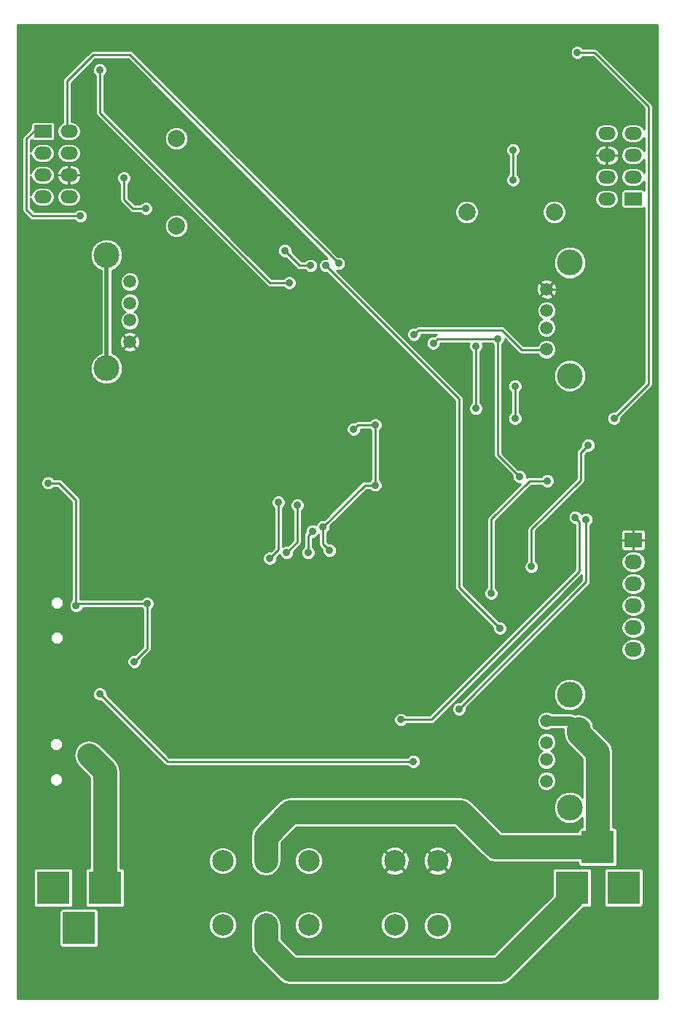
<source format=gbl>
G04 #@! TF.FileFunction,Copper,L2,Bot,Signal*
%FSLAX46Y46*%
G04 Gerber Fmt 4.6, Leading zero omitted, Abs format (unit mm)*
G04 Created by KiCad (PCBNEW 4.0.2-stable) date Friday, 14 October 2016 'pmt' 13:51:35*
%MOMM*%
G01*
G04 APERTURE LIST*
%ADD10C,0.100000*%
%ADD11C,2.500000*%
%ADD12C,2.999740*%
%ADD13C,1.501140*%
%ADD14O,2.000000X1.500000*%
%ADD15R,2.000000X1.500000*%
%ADD16R,3.800000X3.800000*%
%ADD17C,1.998980*%
%ADD18R,2.032000X1.727200*%
%ADD19O,2.032000X1.727200*%
%ADD20C,0.910000*%
%ADD21C,0.254000*%
%ADD22C,2.800000*%
%ADD23C,0.508000*%
%ADD24C,1.116000*%
G04 APERTURE END LIST*
D10*
D11*
X167529520Y-131150480D03*
X152529520Y-131150480D03*
X147529520Y-131150480D03*
X142529520Y-131150480D03*
X142529520Y-138600480D03*
X147529520Y-138600480D03*
X152529520Y-138600480D03*
X167519520Y-138660480D03*
X162529520Y-131150480D03*
X162529520Y-138600480D03*
D12*
X182865380Y-74796460D03*
X182865380Y-61654500D03*
D13*
X180155200Y-71725600D03*
X180155200Y-69226240D03*
X180155200Y-67224720D03*
X180155200Y-64725360D03*
D12*
X129029140Y-60779020D03*
X129029140Y-73920980D03*
D13*
X131739320Y-63849880D03*
X131739320Y-66349240D03*
X131739320Y-68350760D03*
X131739320Y-70850120D03*
D14*
X187164520Y-46635480D03*
X190204520Y-46635480D03*
D15*
X190204520Y-54255480D03*
D14*
X187164520Y-54255480D03*
X190204520Y-51715480D03*
X187164520Y-51715480D03*
X190204520Y-49175480D03*
X187164520Y-49175480D03*
X124670000Y-54010000D03*
X121630000Y-54010000D03*
D15*
X121630000Y-46390000D03*
D14*
X124670000Y-46390000D03*
X121630000Y-48930000D03*
X124670000Y-48930000D03*
X121630000Y-51470000D03*
X124670000Y-51470000D03*
D16*
X183119380Y-134265480D03*
X189118860Y-134265480D03*
X186119120Y-129566480D03*
D12*
X182865380Y-124961460D03*
X182865380Y-111819500D03*
D13*
X180155200Y-121890600D03*
X180155200Y-119391240D03*
X180155200Y-117389720D03*
X180155200Y-114890360D03*
D16*
X128844660Y-134265480D03*
X122845180Y-134265480D03*
X125844920Y-138964480D03*
D17*
X137160000Y-57404000D03*
X137160000Y-47244000D03*
X181051200Y-55778400D03*
X170891200Y-55778400D03*
D18*
X190246000Y-93878400D03*
D19*
X190246000Y-96418400D03*
X190246000Y-98958400D03*
X190246000Y-101498400D03*
X190246000Y-104038400D03*
X190246000Y-106578400D03*
D20*
X184861200Y-66141600D03*
X169750000Y-68500000D03*
X160680400Y-61163200D03*
X168148000Y-79756000D03*
X168148000Y-89408000D03*
X181750000Y-92000000D03*
X156000000Y-67000000D03*
X155778200Y-87299800D03*
X153720800Y-87579200D03*
X157556200Y-87249000D03*
X153517600Y-86207600D03*
X153339800Y-84226400D03*
X153500000Y-82250000D03*
X173736000Y-100076000D03*
X180250000Y-87000000D03*
X176500000Y-79750000D03*
X176500000Y-76000000D03*
X128250000Y-111750000D03*
X164699520Y-119600480D03*
X164750000Y-70000000D03*
X126000000Y-56250000D03*
X156000000Y-61750000D03*
X152750000Y-62000000D03*
X149750000Y-60250000D03*
X131064000Y-51816000D03*
X133604000Y-55372000D03*
X127000000Y-118872000D03*
X163250000Y-114750000D03*
X183500000Y-91250000D03*
X184750000Y-91500000D03*
X170000000Y-113500000D03*
X128250000Y-39250000D03*
X150250000Y-64000000D03*
X177000000Y-86500000D03*
X174500000Y-70500000D03*
X167000000Y-71000000D03*
X178409600Y-96977200D03*
X185013600Y-82854800D03*
X154500000Y-62000000D03*
X174752000Y-104140000D03*
X157750000Y-81000000D03*
X160250000Y-87500000D03*
X160250000Y-80500000D03*
X154949520Y-95100480D03*
X154199520Y-92350480D03*
X152449520Y-95350480D03*
X152949520Y-92850480D03*
X122250000Y-87250000D03*
X132250000Y-108000000D03*
X133750000Y-101250000D03*
X125500000Y-101500000D03*
X171949520Y-78600480D03*
X171949520Y-71350480D03*
X151199520Y-89850480D03*
X149949520Y-95350480D03*
X148000000Y-96000000D03*
X149000000Y-89500000D03*
X176276000Y-48564800D03*
X176276000Y-52070000D03*
X188000000Y-79750000D03*
X183750000Y-37250000D03*
D21*
X183444960Y-64725360D02*
X180155200Y-64725360D01*
X184861200Y-66141600D02*
X183444960Y-64725360D01*
X168017200Y-68500000D02*
X169750000Y-68500000D01*
X160680400Y-61163200D02*
X168017200Y-68500000D01*
X168148000Y-89408000D02*
X168148000Y-79756000D01*
X178176000Y-87000000D02*
X173736000Y-91440000D01*
X173736000Y-91440000D02*
X173736000Y-100076000D01*
X180250000Y-87000000D02*
X178308000Y-87000000D01*
X178308000Y-87000000D02*
X178176000Y-87000000D01*
X176500000Y-79750000D02*
X176500000Y-76000000D01*
X136100480Y-119600480D02*
X164699520Y-119600480D01*
X128250000Y-111750000D02*
X136100480Y-119600480D01*
X175000000Y-69500000D02*
X177250000Y-71750000D01*
X175000000Y-69500000D02*
X165250000Y-69500000D01*
X165250000Y-69500000D02*
X164750000Y-70000000D01*
X177250000Y-71750000D02*
X180130800Y-71750000D01*
X180130800Y-71750000D02*
X180155200Y-71725600D01*
X124429520Y-54000480D02*
X124420000Y-54010000D01*
X120610000Y-46390000D02*
X121880000Y-46390000D01*
X119750000Y-47250000D02*
X120610000Y-46390000D01*
X119750000Y-55500000D02*
X119750000Y-47250000D01*
X120500000Y-56250000D02*
X119750000Y-55500000D01*
X126000000Y-56250000D02*
X120500000Y-56250000D01*
X124420000Y-40580000D02*
X124420000Y-46390000D01*
X127500000Y-37500000D02*
X124420000Y-40580000D01*
X131750000Y-37500000D02*
X127500000Y-37500000D01*
X156000000Y-61750000D02*
X131750000Y-37500000D01*
X151500000Y-62000000D02*
X152750000Y-62000000D01*
X149750000Y-60250000D02*
X151500000Y-62000000D01*
X131064000Y-54356000D02*
X132080000Y-55372000D01*
X131064000Y-51816000D02*
X131064000Y-54356000D01*
X132080000Y-55372000D02*
X133604000Y-55372000D01*
D22*
X128844660Y-120716660D02*
X127000000Y-118872000D01*
X128844660Y-120716660D02*
X128844660Y-134265480D01*
D21*
X166750000Y-114750000D02*
X163250000Y-114750000D01*
X184000000Y-97500000D02*
X166750000Y-114750000D01*
X184000000Y-91750000D02*
X184000000Y-97500000D01*
X183500000Y-91250000D02*
X184000000Y-91750000D01*
X184750000Y-98750000D02*
X184750000Y-91500000D01*
X170000000Y-113500000D02*
X184750000Y-98750000D01*
X128250000Y-44250000D02*
X128250000Y-39250000D01*
X148000000Y-64000000D02*
X128250000Y-44250000D01*
X150250000Y-64000000D02*
X148000000Y-64000000D01*
X174500000Y-70500000D02*
X174500000Y-84000000D01*
X174500000Y-84000000D02*
X177000000Y-86500000D01*
X167500000Y-70500000D02*
X174500000Y-70500000D01*
X167000000Y-71000000D02*
X167500000Y-70500000D01*
X178409600Y-92608400D02*
X178409600Y-96977200D01*
X184099200Y-86918800D02*
X178409600Y-92608400D01*
X184099200Y-83769200D02*
X184099200Y-86918800D01*
X185013600Y-82854800D02*
X184099200Y-83769200D01*
X170000000Y-77500000D02*
X170000000Y-99388000D01*
X154500000Y-62000000D02*
X170000000Y-77500000D01*
X170000000Y-99388000D02*
X174752000Y-104140000D01*
X154949520Y-95100480D02*
X154199520Y-94350480D01*
X154199520Y-94350480D02*
X154199520Y-92350480D01*
X160250000Y-87500000D02*
X159050000Y-87500000D01*
X159050000Y-87500000D02*
X154199520Y-92350480D01*
X160250000Y-80500000D02*
X160250000Y-87500000D01*
X158250000Y-80500000D02*
X160250000Y-80500000D01*
X157750000Y-81000000D02*
X158250000Y-80500000D01*
X152449520Y-93350480D02*
X152449520Y-95350480D01*
X152949520Y-92850480D02*
X152449520Y-93350480D01*
X125500000Y-101500000D02*
X125500000Y-89250000D01*
X123500000Y-87250000D02*
X122250000Y-87250000D01*
X125500000Y-89250000D02*
X123500000Y-87250000D01*
X133750000Y-101250000D02*
X133750000Y-106500000D01*
X133750000Y-106500000D02*
X132250000Y-108000000D01*
X125750000Y-101250000D02*
X133750000Y-101250000D01*
X125500000Y-101500000D02*
X125750000Y-101250000D01*
X171949520Y-78600480D02*
X171949520Y-71350480D01*
X149949520Y-95350480D02*
X151199520Y-94100480D01*
X151199520Y-94100480D02*
X151199520Y-89850480D01*
D23*
X129029140Y-60779020D02*
X129029140Y-73920980D01*
D22*
X150368000Y-143764000D02*
X174752000Y-143764000D01*
X150368000Y-143764000D02*
X147529520Y-140925520D01*
X147529520Y-138600480D02*
X147529520Y-140925520D01*
X174752000Y-143764000D02*
X183119380Y-135396620D01*
X183119380Y-135396620D02*
X183119380Y-134265480D01*
X170180000Y-125476000D02*
X150368000Y-125476000D01*
X186119120Y-129566480D02*
X174270480Y-129566480D01*
X174270480Y-129566480D02*
X170180000Y-125476000D01*
X147529520Y-128314480D02*
X147529520Y-131150480D01*
X150368000Y-125476000D02*
X147529520Y-128314480D01*
X183896000Y-115824000D02*
X183896000Y-116332000D01*
D24*
X182962360Y-114890360D02*
X183896000Y-115824000D01*
X180155200Y-114890360D02*
X182962360Y-114890360D01*
D22*
X186119120Y-118555120D02*
X186119120Y-129566480D01*
X183896000Y-116332000D02*
X186119120Y-118555120D01*
D21*
X148000000Y-96000000D02*
X149000000Y-95000000D01*
X149000000Y-95000000D02*
X149000000Y-89500000D01*
X176276000Y-52070000D02*
X176276000Y-48564800D01*
X188000000Y-79750000D02*
X192000000Y-75750000D01*
X192000000Y-75750000D02*
X192000000Y-43500000D01*
X192000000Y-43500000D02*
X185750000Y-37250000D01*
X185750000Y-37250000D02*
X183750000Y-37250000D01*
G36*
X193040000Y-147144480D02*
X118655520Y-147144480D01*
X118655520Y-137064480D01*
X123556456Y-137064480D01*
X123556456Y-140864480D01*
X123583023Y-141005670D01*
X123666466Y-141135345D01*
X123793786Y-141222339D01*
X123944920Y-141252944D01*
X127744920Y-141252944D01*
X127886110Y-141226377D01*
X128015785Y-141142934D01*
X128102779Y-141015614D01*
X128133384Y-140864480D01*
X128133384Y-138923483D01*
X140898238Y-138923483D01*
X141146019Y-139523160D01*
X141604427Y-139982368D01*
X142203671Y-140231196D01*
X142852523Y-140231762D01*
X143452200Y-139983981D01*
X143911408Y-139525573D01*
X144160236Y-138926329D01*
X144160520Y-138600480D01*
X145748520Y-138600480D01*
X145748520Y-140925520D01*
X145884091Y-141607079D01*
X146270163Y-142184877D01*
X149108643Y-145023357D01*
X149686441Y-145409429D01*
X150368000Y-145545000D01*
X174752000Y-145545000D01*
X175433559Y-145409429D01*
X176011357Y-145023357D01*
X184378737Y-136655977D01*
X184446913Y-136553944D01*
X185019380Y-136553944D01*
X185160570Y-136527377D01*
X185290245Y-136443934D01*
X185377239Y-136316614D01*
X185407844Y-136165480D01*
X185407844Y-132365480D01*
X186830396Y-132365480D01*
X186830396Y-136165480D01*
X186856963Y-136306670D01*
X186940406Y-136436345D01*
X187067726Y-136523339D01*
X187218860Y-136553944D01*
X191018860Y-136553944D01*
X191160050Y-136527377D01*
X191289725Y-136443934D01*
X191376719Y-136316614D01*
X191407324Y-136165480D01*
X191407324Y-132365480D01*
X191380757Y-132224290D01*
X191297314Y-132094615D01*
X191169994Y-132007621D01*
X191018860Y-131977016D01*
X187218860Y-131977016D01*
X187077670Y-132003583D01*
X186947995Y-132087026D01*
X186861001Y-132214346D01*
X186830396Y-132365480D01*
X185407844Y-132365480D01*
X185381277Y-132224290D01*
X185297834Y-132094615D01*
X185170514Y-132007621D01*
X185019380Y-131977016D01*
X181219380Y-131977016D01*
X181078190Y-132003583D01*
X180948515Y-132087026D01*
X180861521Y-132214346D01*
X180830916Y-132365480D01*
X180830916Y-135166370D01*
X174014286Y-141983000D01*
X151105714Y-141983000D01*
X149310520Y-140187806D01*
X149310520Y-138923483D01*
X150898238Y-138923483D01*
X151146019Y-139523160D01*
X151604427Y-139982368D01*
X152203671Y-140231196D01*
X152852523Y-140231762D01*
X153452200Y-139983981D01*
X153911408Y-139525573D01*
X154160236Y-138926329D01*
X154160238Y-138923483D01*
X160898238Y-138923483D01*
X161146019Y-139523160D01*
X161604427Y-139982368D01*
X162203671Y-140231196D01*
X162852523Y-140231762D01*
X163452200Y-139983981D01*
X163911408Y-139525573D01*
X164136503Y-138983483D01*
X165888238Y-138983483D01*
X166136019Y-139583160D01*
X166594427Y-140042368D01*
X167193671Y-140291196D01*
X167842523Y-140291762D01*
X168442200Y-140043981D01*
X168901408Y-139585573D01*
X169150236Y-138986329D01*
X169150802Y-138337477D01*
X168903021Y-137737800D01*
X168444613Y-137278592D01*
X167845369Y-137029764D01*
X167196517Y-137029198D01*
X166596840Y-137276979D01*
X166137632Y-137735387D01*
X165888804Y-138334631D01*
X165888238Y-138983483D01*
X164136503Y-138983483D01*
X164160236Y-138926329D01*
X164160802Y-138277477D01*
X163913021Y-137677800D01*
X163454613Y-137218592D01*
X162855369Y-136969764D01*
X162206517Y-136969198D01*
X161606840Y-137216979D01*
X161147632Y-137675387D01*
X160898804Y-138274631D01*
X160898238Y-138923483D01*
X154160238Y-138923483D01*
X154160802Y-138277477D01*
X153913021Y-137677800D01*
X153454613Y-137218592D01*
X152855369Y-136969764D01*
X152206517Y-136969198D01*
X151606840Y-137216979D01*
X151147632Y-137675387D01*
X150898804Y-138274631D01*
X150898238Y-138923483D01*
X149310520Y-138923483D01*
X149310520Y-138600480D01*
X149174949Y-137918921D01*
X148788877Y-137341123D01*
X148211079Y-136955051D01*
X147529520Y-136819480D01*
X146847961Y-136955051D01*
X146270163Y-137341123D01*
X145884091Y-137918921D01*
X145748520Y-138600480D01*
X144160520Y-138600480D01*
X144160802Y-138277477D01*
X143913021Y-137677800D01*
X143454613Y-137218592D01*
X142855369Y-136969764D01*
X142206517Y-136969198D01*
X141606840Y-137216979D01*
X141147632Y-137675387D01*
X140898804Y-138274631D01*
X140898238Y-138923483D01*
X128133384Y-138923483D01*
X128133384Y-137064480D01*
X128106817Y-136923290D01*
X128023374Y-136793615D01*
X127896054Y-136706621D01*
X127744920Y-136676016D01*
X123944920Y-136676016D01*
X123803730Y-136702583D01*
X123674055Y-136786026D01*
X123587061Y-136913346D01*
X123556456Y-137064480D01*
X118655520Y-137064480D01*
X118655520Y-132365480D01*
X120556716Y-132365480D01*
X120556716Y-136165480D01*
X120583283Y-136306670D01*
X120666726Y-136436345D01*
X120794046Y-136523339D01*
X120945180Y-136553944D01*
X124745180Y-136553944D01*
X124886370Y-136527377D01*
X125016045Y-136443934D01*
X125103039Y-136316614D01*
X125133644Y-136165480D01*
X125133644Y-132365480D01*
X125107077Y-132224290D01*
X125023634Y-132094615D01*
X124896314Y-132007621D01*
X124745180Y-131977016D01*
X120945180Y-131977016D01*
X120803990Y-132003583D01*
X120674315Y-132087026D01*
X120587321Y-132214346D01*
X120556716Y-132365480D01*
X118655520Y-132365480D01*
X118655520Y-121864907D01*
X122409605Y-121864907D01*
X122528069Y-122151613D01*
X122747233Y-122371160D01*
X123033732Y-122490125D01*
X123343947Y-122490395D01*
X123630653Y-122371931D01*
X123850200Y-122152767D01*
X123969165Y-121866268D01*
X123969435Y-121556053D01*
X123850971Y-121269347D01*
X123631807Y-121049800D01*
X123345308Y-120930835D01*
X123035093Y-120930565D01*
X122748387Y-121049029D01*
X122528840Y-121268193D01*
X122409875Y-121554692D01*
X122409605Y-121864907D01*
X118655520Y-121864907D01*
X118655520Y-118872000D01*
X125219000Y-118872000D01*
X125354571Y-119553559D01*
X125740643Y-120131357D01*
X127063660Y-121454374D01*
X127063660Y-131977016D01*
X126944660Y-131977016D01*
X126803470Y-132003583D01*
X126673795Y-132087026D01*
X126586801Y-132214346D01*
X126556196Y-132365480D01*
X126556196Y-136165480D01*
X126582763Y-136306670D01*
X126666206Y-136436345D01*
X126793526Y-136523339D01*
X126944660Y-136553944D01*
X130744660Y-136553944D01*
X130885850Y-136527377D01*
X131015525Y-136443934D01*
X131102519Y-136316614D01*
X131133124Y-136165480D01*
X131133124Y-132365480D01*
X131106557Y-132224290D01*
X131023114Y-132094615D01*
X130895794Y-132007621D01*
X130744660Y-131977016D01*
X130625660Y-131977016D01*
X130625660Y-131473483D01*
X140898238Y-131473483D01*
X141146019Y-132073160D01*
X141604427Y-132532368D01*
X142203671Y-132781196D01*
X142852523Y-132781762D01*
X143452200Y-132533981D01*
X143911408Y-132075573D01*
X144160236Y-131476329D01*
X144160802Y-130827477D01*
X143913021Y-130227800D01*
X143454613Y-129768592D01*
X142855369Y-129519764D01*
X142206517Y-129519198D01*
X141606840Y-129766979D01*
X141147632Y-130225387D01*
X140898804Y-130824631D01*
X140898238Y-131473483D01*
X130625660Y-131473483D01*
X130625660Y-128314480D01*
X145748520Y-128314480D01*
X145748520Y-131150480D01*
X145884091Y-131832039D01*
X146270163Y-132409837D01*
X146847961Y-132795909D01*
X147529520Y-132931480D01*
X148211079Y-132795909D01*
X148788877Y-132409837D01*
X149174949Y-131832039D01*
X149246270Y-131473483D01*
X150898238Y-131473483D01*
X151146019Y-132073160D01*
X151604427Y-132532368D01*
X152203671Y-132781196D01*
X152852523Y-132781762D01*
X153452200Y-132533981D01*
X153686397Y-132300192D01*
X161412334Y-132300192D01*
X161543192Y-132547175D01*
X162152763Y-132818309D01*
X162819693Y-132835532D01*
X163442446Y-132596221D01*
X163515848Y-132547175D01*
X163646706Y-132300192D01*
X166412334Y-132300192D01*
X166543192Y-132547175D01*
X167152763Y-132818309D01*
X167819693Y-132835532D01*
X168442446Y-132596221D01*
X168515848Y-132547175D01*
X168646706Y-132300192D01*
X167529520Y-131183007D01*
X166412334Y-132300192D01*
X163646706Y-132300192D01*
X162529520Y-131183007D01*
X161412334Y-132300192D01*
X153686397Y-132300192D01*
X153911408Y-132075573D01*
X154160236Y-131476329D01*
X154160267Y-131440653D01*
X160844468Y-131440653D01*
X161083779Y-132063406D01*
X161132825Y-132136808D01*
X161379808Y-132267666D01*
X162496993Y-131150480D01*
X162562047Y-131150480D01*
X163679232Y-132267666D01*
X163926215Y-132136808D01*
X164197349Y-131527237D01*
X164199584Y-131440653D01*
X165844468Y-131440653D01*
X166083779Y-132063406D01*
X166132825Y-132136808D01*
X166379808Y-132267666D01*
X167496993Y-131150480D01*
X167562047Y-131150480D01*
X168679232Y-132267666D01*
X168926215Y-132136808D01*
X169197349Y-131527237D01*
X169214572Y-130860307D01*
X168975261Y-130237554D01*
X168926215Y-130164152D01*
X168679232Y-130033294D01*
X167562047Y-131150480D01*
X167496993Y-131150480D01*
X166379808Y-130033294D01*
X166132825Y-130164152D01*
X165861691Y-130773723D01*
X165844468Y-131440653D01*
X164199584Y-131440653D01*
X164214572Y-130860307D01*
X163975261Y-130237554D01*
X163926215Y-130164152D01*
X163679232Y-130033294D01*
X162562047Y-131150480D01*
X162496993Y-131150480D01*
X161379808Y-130033294D01*
X161132825Y-130164152D01*
X160861691Y-130773723D01*
X160844468Y-131440653D01*
X154160267Y-131440653D01*
X154160802Y-130827477D01*
X153913021Y-130227800D01*
X153686385Y-130000768D01*
X161412334Y-130000768D01*
X162529520Y-131117953D01*
X163646706Y-130000768D01*
X166412334Y-130000768D01*
X167529520Y-131117953D01*
X168646706Y-130000768D01*
X168515848Y-129753785D01*
X167906277Y-129482651D01*
X167239347Y-129465428D01*
X166616594Y-129704739D01*
X166543192Y-129753785D01*
X166412334Y-130000768D01*
X163646706Y-130000768D01*
X163515848Y-129753785D01*
X162906277Y-129482651D01*
X162239347Y-129465428D01*
X161616594Y-129704739D01*
X161543192Y-129753785D01*
X161412334Y-130000768D01*
X153686385Y-130000768D01*
X153454613Y-129768592D01*
X152855369Y-129519764D01*
X152206517Y-129519198D01*
X151606840Y-129766979D01*
X151147632Y-130225387D01*
X150898804Y-130824631D01*
X150898238Y-131473483D01*
X149246270Y-131473483D01*
X149310520Y-131150480D01*
X149310520Y-129052194D01*
X151105714Y-127257000D01*
X169442286Y-127257000D01*
X173011123Y-130825837D01*
X173588921Y-131211909D01*
X174270480Y-131347480D01*
X183830656Y-131347480D01*
X183830656Y-131466480D01*
X183857223Y-131607670D01*
X183940666Y-131737345D01*
X184067986Y-131824339D01*
X184219120Y-131854944D01*
X188019120Y-131854944D01*
X188160310Y-131828377D01*
X188289985Y-131744934D01*
X188376979Y-131617614D01*
X188407584Y-131466480D01*
X188407584Y-127666480D01*
X188381017Y-127525290D01*
X188297574Y-127395615D01*
X188170254Y-127308621D01*
X188019120Y-127278016D01*
X187900120Y-127278016D01*
X187900120Y-118555120D01*
X187764549Y-117873561D01*
X187378477Y-117295763D01*
X185619961Y-115537247D01*
X185541429Y-115142441D01*
X185155357Y-114564643D01*
X184577559Y-114178571D01*
X183896000Y-114043000D01*
X183476699Y-114126404D01*
X183321700Y-114022837D01*
X182962360Y-113951360D01*
X180816725Y-113951360D01*
X180797020Y-113931621D01*
X180381271Y-113758987D01*
X179931104Y-113758594D01*
X179515054Y-113930502D01*
X179196461Y-114248540D01*
X179023827Y-114664289D01*
X179023434Y-115114456D01*
X179195342Y-115530506D01*
X179513380Y-115849099D01*
X179929129Y-116021733D01*
X180379296Y-116022126D01*
X180795346Y-115850218D01*
X180816240Y-115829360D01*
X182115000Y-115829360D01*
X182115000Y-116332000D01*
X182250571Y-117013559D01*
X182636643Y-117591357D01*
X184338120Y-119292834D01*
X184338120Y-123774498D01*
X183932198Y-123367866D01*
X183241149Y-123080918D01*
X182492893Y-123080265D01*
X181801345Y-123366007D01*
X181271786Y-123894642D01*
X180984838Y-124585691D01*
X180984185Y-125333947D01*
X181269927Y-126025495D01*
X181798562Y-126555054D01*
X182489611Y-126842002D01*
X183237867Y-126842655D01*
X183929415Y-126556913D01*
X184338120Y-126148921D01*
X184338120Y-127278016D01*
X184219120Y-127278016D01*
X184077930Y-127304583D01*
X183948255Y-127388026D01*
X183861261Y-127515346D01*
X183830656Y-127666480D01*
X183830656Y-127785480D01*
X175008194Y-127785480D01*
X171439357Y-124216643D01*
X170861559Y-123830571D01*
X170180000Y-123695000D01*
X150368000Y-123695000D01*
X149686441Y-123830571D01*
X149108643Y-124216643D01*
X146270163Y-127055123D01*
X145884091Y-127632921D01*
X145748520Y-128314480D01*
X130625660Y-128314480D01*
X130625660Y-122114696D01*
X179023434Y-122114696D01*
X179195342Y-122530746D01*
X179513380Y-122849339D01*
X179929129Y-123021973D01*
X180379296Y-123022366D01*
X180795346Y-122850458D01*
X181113939Y-122532420D01*
X181286573Y-122116671D01*
X181286966Y-121666504D01*
X181115058Y-121250454D01*
X180797020Y-120931861D01*
X180381271Y-120759227D01*
X179931104Y-120758834D01*
X179515054Y-120930742D01*
X179196461Y-121248780D01*
X179023827Y-121664529D01*
X179023434Y-122114696D01*
X130625660Y-122114696D01*
X130625660Y-120716660D01*
X130490089Y-120035101D01*
X130104017Y-119457303D01*
X128259357Y-117612643D01*
X127681559Y-117226571D01*
X127000000Y-117091000D01*
X126318441Y-117226571D01*
X125740643Y-117612643D01*
X125354571Y-118190441D01*
X125219000Y-118872000D01*
X118655520Y-118872000D01*
X118655520Y-117764907D01*
X122409605Y-117764907D01*
X122528069Y-118051613D01*
X122747233Y-118271160D01*
X123033732Y-118390125D01*
X123343947Y-118390395D01*
X123630653Y-118271931D01*
X123850200Y-118052767D01*
X123969165Y-117766268D01*
X123969435Y-117456053D01*
X123850971Y-117169347D01*
X123631807Y-116949800D01*
X123345308Y-116830835D01*
X123035093Y-116830565D01*
X122748387Y-116949029D01*
X122528840Y-117168193D01*
X122409875Y-117454692D01*
X122409605Y-117764907D01*
X118655520Y-117764907D01*
X118655520Y-111915561D01*
X127413855Y-111915561D01*
X127540861Y-112222937D01*
X127775826Y-112458313D01*
X128082980Y-112585854D01*
X128367683Y-112586103D01*
X135741270Y-119959690D01*
X135906076Y-120069811D01*
X135938330Y-120076226D01*
X136100480Y-120108480D01*
X164025383Y-120108480D01*
X164225346Y-120308793D01*
X164532500Y-120436334D01*
X164865081Y-120436625D01*
X165172457Y-120309619D01*
X165407833Y-120074654D01*
X165535374Y-119767500D01*
X165535665Y-119434919D01*
X165408659Y-119127543D01*
X165173694Y-118892167D01*
X164866540Y-118764626D01*
X164533959Y-118764335D01*
X164226583Y-118891341D01*
X164025092Y-119092480D01*
X136310900Y-119092480D01*
X134832236Y-117613816D01*
X179023434Y-117613816D01*
X179195342Y-118029866D01*
X179513380Y-118348459D01*
X179614312Y-118390370D01*
X179515054Y-118431382D01*
X179196461Y-118749420D01*
X179023827Y-119165169D01*
X179023434Y-119615336D01*
X179195342Y-120031386D01*
X179513380Y-120349979D01*
X179929129Y-120522613D01*
X180379296Y-120523006D01*
X180795346Y-120351098D01*
X181113939Y-120033060D01*
X181286573Y-119617311D01*
X181286966Y-119167144D01*
X181115058Y-118751094D01*
X180797020Y-118432501D01*
X180696088Y-118390590D01*
X180795346Y-118349578D01*
X181113939Y-118031540D01*
X181286573Y-117615791D01*
X181286966Y-117165624D01*
X181115058Y-116749574D01*
X180797020Y-116430981D01*
X180381271Y-116258347D01*
X179931104Y-116257954D01*
X179515054Y-116429862D01*
X179196461Y-116747900D01*
X179023827Y-117163649D01*
X179023434Y-117613816D01*
X134832236Y-117613816D01*
X132133981Y-114915561D01*
X162413855Y-114915561D01*
X162540861Y-115222937D01*
X162775826Y-115458313D01*
X163082980Y-115585854D01*
X163415561Y-115586145D01*
X163722937Y-115459139D01*
X163924428Y-115258000D01*
X166750000Y-115258000D01*
X166944403Y-115219331D01*
X167109210Y-115109210D01*
X184242000Y-97976420D01*
X184242000Y-98539580D01*
X170117477Y-112664103D01*
X169834439Y-112663855D01*
X169527063Y-112790861D01*
X169291687Y-113025826D01*
X169164146Y-113332980D01*
X169163855Y-113665561D01*
X169290861Y-113972937D01*
X169525826Y-114208313D01*
X169832980Y-114335854D01*
X170165561Y-114336145D01*
X170472937Y-114209139D01*
X170708313Y-113974174D01*
X170835854Y-113667020D01*
X170836103Y-113382317D01*
X172026433Y-112191987D01*
X180984185Y-112191987D01*
X181269927Y-112883535D01*
X181798562Y-113413094D01*
X182489611Y-113700042D01*
X183237867Y-113700695D01*
X183929415Y-113414953D01*
X184458974Y-112886318D01*
X184745922Y-112195269D01*
X184746575Y-111447013D01*
X184460833Y-110755465D01*
X183932198Y-110225906D01*
X183241149Y-109938958D01*
X182492893Y-109938305D01*
X181801345Y-110224047D01*
X181271786Y-110752682D01*
X180984838Y-111443731D01*
X180984185Y-112191987D01*
X172026433Y-112191987D01*
X177640020Y-106578400D01*
X188821631Y-106578400D01*
X188916371Y-107054688D01*
X189186166Y-107458465D01*
X189589943Y-107728260D01*
X190066231Y-107823000D01*
X190425769Y-107823000D01*
X190902057Y-107728260D01*
X191305834Y-107458465D01*
X191575629Y-107054688D01*
X191670369Y-106578400D01*
X191575629Y-106102112D01*
X191305834Y-105698335D01*
X190902057Y-105428540D01*
X190425769Y-105333800D01*
X190066231Y-105333800D01*
X189589943Y-105428540D01*
X189186166Y-105698335D01*
X188916371Y-106102112D01*
X188821631Y-106578400D01*
X177640020Y-106578400D01*
X180180020Y-104038400D01*
X188821631Y-104038400D01*
X188916371Y-104514688D01*
X189186166Y-104918465D01*
X189589943Y-105188260D01*
X190066231Y-105283000D01*
X190425769Y-105283000D01*
X190902057Y-105188260D01*
X191305834Y-104918465D01*
X191575629Y-104514688D01*
X191670369Y-104038400D01*
X191575629Y-103562112D01*
X191305834Y-103158335D01*
X190902057Y-102888540D01*
X190425769Y-102793800D01*
X190066231Y-102793800D01*
X189589943Y-102888540D01*
X189186166Y-103158335D01*
X188916371Y-103562112D01*
X188821631Y-104038400D01*
X180180020Y-104038400D01*
X182720020Y-101498400D01*
X188821631Y-101498400D01*
X188916371Y-101974688D01*
X189186166Y-102378465D01*
X189589943Y-102648260D01*
X190066231Y-102743000D01*
X190425769Y-102743000D01*
X190902057Y-102648260D01*
X191305834Y-102378465D01*
X191575629Y-101974688D01*
X191670369Y-101498400D01*
X191575629Y-101022112D01*
X191305834Y-100618335D01*
X190902057Y-100348540D01*
X190425769Y-100253800D01*
X190066231Y-100253800D01*
X189589943Y-100348540D01*
X189186166Y-100618335D01*
X188916371Y-101022112D01*
X188821631Y-101498400D01*
X182720020Y-101498400D01*
X185109210Y-99109210D01*
X185209978Y-98958400D01*
X188821631Y-98958400D01*
X188916371Y-99434688D01*
X189186166Y-99838465D01*
X189589943Y-100108260D01*
X190066231Y-100203000D01*
X190425769Y-100203000D01*
X190902057Y-100108260D01*
X191305834Y-99838465D01*
X191575629Y-99434688D01*
X191670369Y-98958400D01*
X191575629Y-98482112D01*
X191305834Y-98078335D01*
X190902057Y-97808540D01*
X190425769Y-97713800D01*
X190066231Y-97713800D01*
X189589943Y-97808540D01*
X189186166Y-98078335D01*
X188916371Y-98482112D01*
X188821631Y-98958400D01*
X185209978Y-98958400D01*
X185219331Y-98944403D01*
X185258000Y-98750000D01*
X185258000Y-96418400D01*
X188821631Y-96418400D01*
X188916371Y-96894688D01*
X189186166Y-97298465D01*
X189589943Y-97568260D01*
X190066231Y-97663000D01*
X190425769Y-97663000D01*
X190902057Y-97568260D01*
X191305834Y-97298465D01*
X191575629Y-96894688D01*
X191670369Y-96418400D01*
X191575629Y-95942112D01*
X191305834Y-95538335D01*
X190902057Y-95268540D01*
X190425769Y-95173800D01*
X190066231Y-95173800D01*
X189589943Y-95268540D01*
X189186166Y-95538335D01*
X188916371Y-95942112D01*
X188821631Y-96418400D01*
X185258000Y-96418400D01*
X185258000Y-94008150D01*
X188803000Y-94008150D01*
X188803000Y-94826936D01*
X188868007Y-94983876D01*
X188988124Y-95103993D01*
X189145065Y-95169000D01*
X190116250Y-95169000D01*
X190223000Y-95062250D01*
X190223000Y-93901400D01*
X190269000Y-93901400D01*
X190269000Y-95062250D01*
X190375750Y-95169000D01*
X191346935Y-95169000D01*
X191503876Y-95103993D01*
X191623993Y-94983876D01*
X191689000Y-94826936D01*
X191689000Y-94008150D01*
X191582250Y-93901400D01*
X190269000Y-93901400D01*
X190223000Y-93901400D01*
X188909750Y-93901400D01*
X188803000Y-94008150D01*
X185258000Y-94008150D01*
X185258000Y-92929864D01*
X188803000Y-92929864D01*
X188803000Y-93748650D01*
X188909750Y-93855400D01*
X190223000Y-93855400D01*
X190223000Y-92694550D01*
X190269000Y-92694550D01*
X190269000Y-93855400D01*
X191582250Y-93855400D01*
X191689000Y-93748650D01*
X191689000Y-92929864D01*
X191623993Y-92772924D01*
X191503876Y-92652807D01*
X191346935Y-92587800D01*
X190375750Y-92587800D01*
X190269000Y-92694550D01*
X190223000Y-92694550D01*
X190116250Y-92587800D01*
X189145065Y-92587800D01*
X188988124Y-92652807D01*
X188868007Y-92772924D01*
X188803000Y-92929864D01*
X185258000Y-92929864D01*
X185258000Y-92174137D01*
X185458313Y-91974174D01*
X185585854Y-91667020D01*
X185586145Y-91334439D01*
X185459139Y-91027063D01*
X185224174Y-90791687D01*
X184917020Y-90664146D01*
X184584439Y-90663855D01*
X184277063Y-90790861D01*
X184233011Y-90834836D01*
X184209139Y-90777063D01*
X183974174Y-90541687D01*
X183667020Y-90414146D01*
X183334439Y-90413855D01*
X183027063Y-90540861D01*
X182791687Y-90775826D01*
X182664146Y-91082980D01*
X182663855Y-91415561D01*
X182790861Y-91722937D01*
X183025826Y-91958313D01*
X183332980Y-92085854D01*
X183492000Y-92085993D01*
X183492000Y-97289580D01*
X166539580Y-114242000D01*
X163924137Y-114242000D01*
X163724174Y-114041687D01*
X163417020Y-113914146D01*
X163084439Y-113913855D01*
X162777063Y-114040861D01*
X162541687Y-114275826D01*
X162414146Y-114582980D01*
X162413855Y-114915561D01*
X132133981Y-114915561D01*
X129085897Y-111867477D01*
X129086145Y-111584439D01*
X128959139Y-111277063D01*
X128724174Y-111041687D01*
X128417020Y-110914146D01*
X128084439Y-110913855D01*
X127777063Y-111040861D01*
X127541687Y-111275826D01*
X127414146Y-111582980D01*
X127413855Y-111915561D01*
X118655520Y-111915561D01*
X118655520Y-105404907D01*
X122469605Y-105404907D01*
X122588069Y-105691613D01*
X122807233Y-105911160D01*
X123093732Y-106030125D01*
X123403947Y-106030395D01*
X123690653Y-105911931D01*
X123910200Y-105692767D01*
X124029165Y-105406268D01*
X124029435Y-105096053D01*
X123910971Y-104809347D01*
X123691807Y-104589800D01*
X123405308Y-104470835D01*
X123095093Y-104470565D01*
X122808387Y-104589029D01*
X122588840Y-104808193D01*
X122469875Y-105094692D01*
X122469605Y-105404907D01*
X118655520Y-105404907D01*
X118655520Y-101304907D01*
X122469605Y-101304907D01*
X122588069Y-101591613D01*
X122807233Y-101811160D01*
X123093732Y-101930125D01*
X123403947Y-101930395D01*
X123690653Y-101811931D01*
X123910200Y-101592767D01*
X124029165Y-101306268D01*
X124029435Y-100996053D01*
X123910971Y-100709347D01*
X123691807Y-100489800D01*
X123405308Y-100370835D01*
X123095093Y-100370565D01*
X122808387Y-100489029D01*
X122588840Y-100708193D01*
X122469875Y-100994692D01*
X122469605Y-101304907D01*
X118655520Y-101304907D01*
X118655520Y-87415561D01*
X121413855Y-87415561D01*
X121540861Y-87722937D01*
X121775826Y-87958313D01*
X122082980Y-88085854D01*
X122415561Y-88086145D01*
X122722937Y-87959139D01*
X122924428Y-87758000D01*
X123289580Y-87758000D01*
X124992000Y-89460420D01*
X124992000Y-100825863D01*
X124791687Y-101025826D01*
X124664146Y-101332980D01*
X124663855Y-101665561D01*
X124790861Y-101972937D01*
X125025826Y-102208313D01*
X125332980Y-102335854D01*
X125665561Y-102336145D01*
X125972937Y-102209139D01*
X126208313Y-101974174D01*
X126298076Y-101758000D01*
X133075863Y-101758000D01*
X133242000Y-101924428D01*
X133242000Y-106289580D01*
X132367477Y-107164103D01*
X132084439Y-107163855D01*
X131777063Y-107290861D01*
X131541687Y-107525826D01*
X131414146Y-107832980D01*
X131413855Y-108165561D01*
X131540861Y-108472937D01*
X131775826Y-108708313D01*
X132082980Y-108835854D01*
X132415561Y-108836145D01*
X132722937Y-108709139D01*
X132958313Y-108474174D01*
X133085854Y-108167020D01*
X133086103Y-107882317D01*
X134109210Y-106859210D01*
X134219331Y-106694404D01*
X134242405Y-106578400D01*
X134258000Y-106500000D01*
X134258000Y-101924137D01*
X134458313Y-101724174D01*
X134585854Y-101417020D01*
X134586145Y-101084439D01*
X134459139Y-100777063D01*
X134224174Y-100541687D01*
X133917020Y-100414146D01*
X133584439Y-100413855D01*
X133277063Y-100540861D01*
X133075572Y-100742000D01*
X126008000Y-100742000D01*
X126008000Y-96165561D01*
X147163855Y-96165561D01*
X147290861Y-96472937D01*
X147525826Y-96708313D01*
X147832980Y-96835854D01*
X148165561Y-96836145D01*
X148472937Y-96709139D01*
X148708313Y-96474174D01*
X148835854Y-96167020D01*
X148836103Y-95882317D01*
X149139399Y-95579022D01*
X149240381Y-95823417D01*
X149475346Y-96058793D01*
X149782500Y-96186334D01*
X150115081Y-96186625D01*
X150422457Y-96059619D01*
X150657833Y-95824654D01*
X150785374Y-95517500D01*
X150785375Y-95516041D01*
X151613375Y-95516041D01*
X151740381Y-95823417D01*
X151975346Y-96058793D01*
X152282500Y-96186334D01*
X152615081Y-96186625D01*
X152922457Y-96059619D01*
X153157833Y-95824654D01*
X153285374Y-95517500D01*
X153285665Y-95184919D01*
X153158659Y-94877543D01*
X152957520Y-94676052D01*
X152957520Y-93686487D01*
X153115081Y-93686625D01*
X153422457Y-93559619D01*
X153657833Y-93324654D01*
X153691520Y-93243526D01*
X153691520Y-94350480D01*
X153730189Y-94544883D01*
X153840310Y-94709690D01*
X154113623Y-94983003D01*
X154113375Y-95266041D01*
X154240381Y-95573417D01*
X154475346Y-95808793D01*
X154782500Y-95936334D01*
X155115081Y-95936625D01*
X155422457Y-95809619D01*
X155657833Y-95574654D01*
X155785374Y-95267500D01*
X155785665Y-94934919D01*
X155658659Y-94627543D01*
X155423694Y-94392167D01*
X155116540Y-94264626D01*
X154831837Y-94264377D01*
X154707520Y-94140060D01*
X154707520Y-93024617D01*
X154907833Y-92824654D01*
X155035374Y-92517500D01*
X155035623Y-92232797D01*
X159260421Y-88008000D01*
X159575863Y-88008000D01*
X159775826Y-88208313D01*
X160082980Y-88335854D01*
X160415561Y-88336145D01*
X160722937Y-88209139D01*
X160958313Y-87974174D01*
X161085854Y-87667020D01*
X161086145Y-87334439D01*
X160959139Y-87027063D01*
X160758000Y-86825572D01*
X160758000Y-81174137D01*
X160958313Y-80974174D01*
X161085854Y-80667020D01*
X161086145Y-80334439D01*
X160959139Y-80027063D01*
X160724174Y-79791687D01*
X160417020Y-79664146D01*
X160084439Y-79663855D01*
X159777063Y-79790861D01*
X159575572Y-79992000D01*
X158250000Y-79992000D01*
X158055597Y-80030669D01*
X157890790Y-80140790D01*
X157867477Y-80164103D01*
X157584439Y-80163855D01*
X157277063Y-80290861D01*
X157041687Y-80525826D01*
X156914146Y-80832980D01*
X156913855Y-81165561D01*
X157040861Y-81472937D01*
X157275826Y-81708313D01*
X157582980Y-81835854D01*
X157915561Y-81836145D01*
X158222937Y-81709139D01*
X158458313Y-81474174D01*
X158585854Y-81167020D01*
X158585993Y-81008000D01*
X159575863Y-81008000D01*
X159742000Y-81174428D01*
X159742000Y-86825863D01*
X159575572Y-86992000D01*
X159050000Y-86992000D01*
X158855597Y-87030669D01*
X158690790Y-87140789D01*
X154316997Y-91514583D01*
X154033959Y-91514335D01*
X153726583Y-91641341D01*
X153491207Y-91876306D01*
X153387119Y-92126980D01*
X153116540Y-92014626D01*
X152783959Y-92014335D01*
X152476583Y-92141341D01*
X152241207Y-92376306D01*
X152113666Y-92683460D01*
X152113417Y-92968163D01*
X152090310Y-92991270D01*
X151980189Y-93156077D01*
X151941520Y-93350480D01*
X151941520Y-94676343D01*
X151741207Y-94876306D01*
X151613666Y-95183460D01*
X151613375Y-95516041D01*
X150785375Y-95516041D01*
X150785623Y-95232797D01*
X151558730Y-94459690D01*
X151668851Y-94294883D01*
X151707520Y-94100480D01*
X151707520Y-90524617D01*
X151907833Y-90324654D01*
X152035374Y-90017500D01*
X152035665Y-89684919D01*
X151908659Y-89377543D01*
X151673694Y-89142167D01*
X151366540Y-89014626D01*
X151033959Y-89014335D01*
X150726583Y-89141341D01*
X150491207Y-89376306D01*
X150363666Y-89683460D01*
X150363375Y-90016041D01*
X150490381Y-90323417D01*
X150691520Y-90524908D01*
X150691520Y-93890060D01*
X150066997Y-94514583D01*
X149783959Y-94514335D01*
X149508000Y-94628360D01*
X149508000Y-90174137D01*
X149708313Y-89974174D01*
X149835854Y-89667020D01*
X149836145Y-89334439D01*
X149709139Y-89027063D01*
X149474174Y-88791687D01*
X149167020Y-88664146D01*
X148834439Y-88663855D01*
X148527063Y-88790861D01*
X148291687Y-89025826D01*
X148164146Y-89332980D01*
X148163855Y-89665561D01*
X148290861Y-89972937D01*
X148492000Y-90174428D01*
X148492000Y-94789579D01*
X148117477Y-95164103D01*
X147834439Y-95163855D01*
X147527063Y-95290861D01*
X147291687Y-95525826D01*
X147164146Y-95832980D01*
X147163855Y-96165561D01*
X126008000Y-96165561D01*
X126008000Y-89250000D01*
X125986551Y-89142167D01*
X125969331Y-89055596D01*
X125859210Y-88890790D01*
X123859210Y-86890790D01*
X123694403Y-86780669D01*
X123500000Y-86742000D01*
X122924137Y-86742000D01*
X122724174Y-86541687D01*
X122417020Y-86414146D01*
X122084439Y-86413855D01*
X121777063Y-86540861D01*
X121541687Y-86775826D01*
X121414146Y-87082980D01*
X121413855Y-87415561D01*
X118655520Y-87415561D01*
X118655520Y-61151507D01*
X127147945Y-61151507D01*
X127433687Y-61843055D01*
X127962322Y-62372614D01*
X128394140Y-62551920D01*
X128394140Y-72148253D01*
X127965105Y-72325527D01*
X127435546Y-72854162D01*
X127148598Y-73545211D01*
X127147945Y-74293467D01*
X127433687Y-74985015D01*
X127962322Y-75514574D01*
X128653371Y-75801522D01*
X129401627Y-75802175D01*
X130093175Y-75516433D01*
X130622734Y-74987798D01*
X130909682Y-74296749D01*
X130910335Y-73548493D01*
X130624593Y-72856945D01*
X130095958Y-72327386D01*
X129664140Y-72148080D01*
X129664140Y-71639709D01*
X130982258Y-71639709D01*
X131052338Y-71834799D01*
X131481452Y-72022742D01*
X131949824Y-72032164D01*
X132386149Y-71861629D01*
X132426302Y-71834799D01*
X132496382Y-71639709D01*
X131739320Y-70882647D01*
X130982258Y-71639709D01*
X129664140Y-71639709D01*
X129664140Y-71060624D01*
X130557276Y-71060624D01*
X130727811Y-71496949D01*
X130754641Y-71537102D01*
X130949731Y-71607182D01*
X131706793Y-70850120D01*
X131771847Y-70850120D01*
X132528909Y-71607182D01*
X132723999Y-71537102D01*
X132911942Y-71107988D01*
X132921364Y-70639616D01*
X132750829Y-70203291D01*
X132723999Y-70163138D01*
X132528909Y-70093058D01*
X131771847Y-70850120D01*
X131706793Y-70850120D01*
X130949731Y-70093058D01*
X130754641Y-70163138D01*
X130566698Y-70592252D01*
X130557276Y-71060624D01*
X129664140Y-71060624D01*
X129664140Y-70060531D01*
X130982258Y-70060531D01*
X131739320Y-70817593D01*
X132496382Y-70060531D01*
X132426302Y-69865441D01*
X131997188Y-69677498D01*
X131528816Y-69668076D01*
X131092491Y-69838611D01*
X131052338Y-69865441D01*
X130982258Y-70060531D01*
X129664140Y-70060531D01*
X129664140Y-66573336D01*
X130607554Y-66573336D01*
X130779462Y-66989386D01*
X131097500Y-67307979D01*
X131198432Y-67349890D01*
X131099174Y-67390902D01*
X130780581Y-67708940D01*
X130607947Y-68124689D01*
X130607554Y-68574856D01*
X130779462Y-68990906D01*
X131097500Y-69309499D01*
X131513249Y-69482133D01*
X131963416Y-69482526D01*
X132379466Y-69310618D01*
X132698059Y-68992580D01*
X132870693Y-68576831D01*
X132871086Y-68126664D01*
X132699178Y-67710614D01*
X132381140Y-67392021D01*
X132280208Y-67350110D01*
X132379466Y-67309098D01*
X132698059Y-66991060D01*
X132870693Y-66575311D01*
X132871086Y-66125144D01*
X132699178Y-65709094D01*
X132381140Y-65390501D01*
X131965391Y-65217867D01*
X131515224Y-65217474D01*
X131099174Y-65389382D01*
X130780581Y-65707420D01*
X130607947Y-66123169D01*
X130607554Y-66573336D01*
X129664140Y-66573336D01*
X129664140Y-64073976D01*
X130607554Y-64073976D01*
X130779462Y-64490026D01*
X131097500Y-64808619D01*
X131513249Y-64981253D01*
X131963416Y-64981646D01*
X132379466Y-64809738D01*
X132698059Y-64491700D01*
X132870693Y-64075951D01*
X132871086Y-63625784D01*
X132699178Y-63209734D01*
X132381140Y-62891141D01*
X131965391Y-62718507D01*
X131515224Y-62718114D01*
X131099174Y-62890022D01*
X130780581Y-63208060D01*
X130607947Y-63623809D01*
X130607554Y-64073976D01*
X129664140Y-64073976D01*
X129664140Y-62551747D01*
X130093175Y-62374473D01*
X130622734Y-61845838D01*
X130909682Y-61154789D01*
X130910335Y-60406533D01*
X130624593Y-59714985D01*
X130095958Y-59185426D01*
X129404909Y-58898478D01*
X128656653Y-58897825D01*
X127965105Y-59183567D01*
X127435546Y-59712202D01*
X127148598Y-60403251D01*
X127147945Y-61151507D01*
X118655520Y-61151507D01*
X118655520Y-57677392D01*
X135779271Y-57677392D01*
X135988995Y-58184963D01*
X136376994Y-58573640D01*
X136884199Y-58784249D01*
X137433392Y-58784729D01*
X137940963Y-58575005D01*
X138329640Y-58187006D01*
X138540249Y-57679801D01*
X138540729Y-57130608D01*
X138331005Y-56623037D01*
X137943006Y-56234360D01*
X137435801Y-56023751D01*
X136886608Y-56023271D01*
X136379037Y-56232995D01*
X135990360Y-56620994D01*
X135779751Y-57128199D01*
X135779271Y-57677392D01*
X118655520Y-57677392D01*
X118655520Y-47250000D01*
X119242000Y-47250000D01*
X119242000Y-55500000D01*
X119280669Y-55694403D01*
X119390790Y-55859210D01*
X120140790Y-56609210D01*
X120305596Y-56719331D01*
X120500000Y-56758000D01*
X125325863Y-56758000D01*
X125525826Y-56958313D01*
X125832980Y-57085854D01*
X126165561Y-57086145D01*
X126472937Y-56959139D01*
X126708313Y-56724174D01*
X126835854Y-56417020D01*
X126836145Y-56084439D01*
X126709139Y-55777063D01*
X126474174Y-55541687D01*
X126167020Y-55414146D01*
X125834439Y-55413855D01*
X125527063Y-55540861D01*
X125325572Y-55742000D01*
X120710420Y-55742000D01*
X120258000Y-55289580D01*
X120258000Y-54191261D01*
X120308037Y-54442815D01*
X120553207Y-54809738D01*
X120920130Y-55054908D01*
X121352945Y-55141000D01*
X121907055Y-55141000D01*
X122339870Y-55054908D01*
X122706793Y-54809738D01*
X122951963Y-54442815D01*
X123038055Y-54010000D01*
X123261945Y-54010000D01*
X123348037Y-54442815D01*
X123593207Y-54809738D01*
X123960130Y-55054908D01*
X124392945Y-55141000D01*
X124947055Y-55141000D01*
X125379870Y-55054908D01*
X125746793Y-54809738D01*
X125991963Y-54442815D01*
X126078055Y-54010000D01*
X125991963Y-53577185D01*
X125746793Y-53210262D01*
X125379870Y-52965092D01*
X124947055Y-52879000D01*
X124392945Y-52879000D01*
X123960130Y-52965092D01*
X123593207Y-53210262D01*
X123348037Y-53577185D01*
X123261945Y-54010000D01*
X123038055Y-54010000D01*
X122951963Y-53577185D01*
X122706793Y-53210262D01*
X122339870Y-52965092D01*
X121907055Y-52879000D01*
X121352945Y-52879000D01*
X120920130Y-52965092D01*
X120553207Y-53210262D01*
X120308037Y-53577185D01*
X120258000Y-53828739D01*
X120258000Y-51651261D01*
X120308037Y-51902815D01*
X120553207Y-52269738D01*
X120920130Y-52514908D01*
X121352945Y-52601000D01*
X121907055Y-52601000D01*
X122339870Y-52514908D01*
X122706793Y-52269738D01*
X122951963Y-51902815D01*
X122996919Y-51676805D01*
X123261311Y-51676805D01*
X123323792Y-51899169D01*
X123571472Y-52286001D01*
X123948332Y-52548604D01*
X124397000Y-52647000D01*
X124647000Y-52647000D01*
X124647000Y-51493000D01*
X124693000Y-51493000D01*
X124693000Y-52647000D01*
X124943000Y-52647000D01*
X125391668Y-52548604D01*
X125768528Y-52286001D01*
X125963454Y-51981561D01*
X130227855Y-51981561D01*
X130354861Y-52288937D01*
X130556000Y-52490428D01*
X130556000Y-54356000D01*
X130594669Y-54550403D01*
X130704790Y-54715210D01*
X131720790Y-55731210D01*
X131885597Y-55841331D01*
X132080000Y-55880000D01*
X132929863Y-55880000D01*
X133129826Y-56080313D01*
X133436980Y-56207854D01*
X133769561Y-56208145D01*
X134076937Y-56081139D01*
X134312313Y-55846174D01*
X134439854Y-55539020D01*
X134440145Y-55206439D01*
X134313139Y-54899063D01*
X134078174Y-54663687D01*
X133771020Y-54536146D01*
X133438439Y-54535855D01*
X133131063Y-54662861D01*
X132929572Y-54864000D01*
X132290420Y-54864000D01*
X131572000Y-54145580D01*
X131572000Y-52490137D01*
X131772313Y-52290174D01*
X131899854Y-51983020D01*
X131900145Y-51650439D01*
X131773139Y-51343063D01*
X131538174Y-51107687D01*
X131231020Y-50980146D01*
X130898439Y-50979855D01*
X130591063Y-51106861D01*
X130355687Y-51341826D01*
X130228146Y-51648980D01*
X130227855Y-51981561D01*
X125963454Y-51981561D01*
X126016208Y-51899169D01*
X126078689Y-51676805D01*
X125990003Y-51493000D01*
X124693000Y-51493000D01*
X124647000Y-51493000D01*
X123349997Y-51493000D01*
X123261311Y-51676805D01*
X122996919Y-51676805D01*
X123038055Y-51470000D01*
X122996920Y-51263195D01*
X123261311Y-51263195D01*
X123349997Y-51447000D01*
X124647000Y-51447000D01*
X124647000Y-50293000D01*
X124693000Y-50293000D01*
X124693000Y-51447000D01*
X125990003Y-51447000D01*
X126078689Y-51263195D01*
X126016208Y-51040831D01*
X125768528Y-50653999D01*
X125391668Y-50391396D01*
X124943000Y-50293000D01*
X124693000Y-50293000D01*
X124647000Y-50293000D01*
X124397000Y-50293000D01*
X123948332Y-50391396D01*
X123571472Y-50653999D01*
X123323792Y-51040831D01*
X123261311Y-51263195D01*
X122996920Y-51263195D01*
X122951963Y-51037185D01*
X122706793Y-50670262D01*
X122339870Y-50425092D01*
X121907055Y-50339000D01*
X121352945Y-50339000D01*
X120920130Y-50425092D01*
X120553207Y-50670262D01*
X120308037Y-51037185D01*
X120258000Y-51288739D01*
X120258000Y-49111261D01*
X120308037Y-49362815D01*
X120553207Y-49729738D01*
X120920130Y-49974908D01*
X121352945Y-50061000D01*
X121907055Y-50061000D01*
X122339870Y-49974908D01*
X122706793Y-49729738D01*
X122951963Y-49362815D01*
X123038055Y-48930000D01*
X123261945Y-48930000D01*
X123348037Y-49362815D01*
X123593207Y-49729738D01*
X123960130Y-49974908D01*
X124392945Y-50061000D01*
X124947055Y-50061000D01*
X125379870Y-49974908D01*
X125746793Y-49729738D01*
X125991963Y-49362815D01*
X126078055Y-48930000D01*
X125991963Y-48497185D01*
X125746793Y-48130262D01*
X125379870Y-47885092D01*
X124947055Y-47799000D01*
X124392945Y-47799000D01*
X123960130Y-47885092D01*
X123593207Y-48130262D01*
X123348037Y-48497185D01*
X123261945Y-48930000D01*
X123038055Y-48930000D01*
X122951963Y-48497185D01*
X122706793Y-48130262D01*
X122339870Y-47885092D01*
X121907055Y-47799000D01*
X121352945Y-47799000D01*
X120920130Y-47885092D01*
X120553207Y-48130262D01*
X120308037Y-48497185D01*
X120258000Y-48748739D01*
X120258000Y-47460420D01*
X120334322Y-47384098D01*
X120351546Y-47410865D01*
X120478866Y-47497859D01*
X120630000Y-47528464D01*
X122630000Y-47528464D01*
X122771190Y-47501897D01*
X122900865Y-47418454D01*
X122987859Y-47291134D01*
X123018464Y-47140000D01*
X123018464Y-46390000D01*
X123261945Y-46390000D01*
X123348037Y-46822815D01*
X123593207Y-47189738D01*
X123960130Y-47434908D01*
X124392945Y-47521000D01*
X124947055Y-47521000D01*
X125379870Y-47434908D01*
X125746793Y-47189738D01*
X125991963Y-46822815D01*
X126078055Y-46390000D01*
X125991963Y-45957185D01*
X125746793Y-45590262D01*
X125379870Y-45345092D01*
X124947055Y-45259000D01*
X124928000Y-45259000D01*
X124928000Y-40790420D01*
X126302859Y-39415561D01*
X127413855Y-39415561D01*
X127540861Y-39722937D01*
X127742000Y-39924428D01*
X127742000Y-44250000D01*
X127780669Y-44444403D01*
X127890790Y-44609210D01*
X147640790Y-64359210D01*
X147805597Y-64469331D01*
X148000000Y-64508000D01*
X149575863Y-64508000D01*
X149775826Y-64708313D01*
X150082980Y-64835854D01*
X150415561Y-64836145D01*
X150722937Y-64709139D01*
X150958313Y-64474174D01*
X151085854Y-64167020D01*
X151086145Y-63834439D01*
X150959139Y-63527063D01*
X150724174Y-63291687D01*
X150417020Y-63164146D01*
X150084439Y-63163855D01*
X149777063Y-63290861D01*
X149575572Y-63492000D01*
X148210420Y-63492000D01*
X145133981Y-60415561D01*
X148913855Y-60415561D01*
X149040861Y-60722937D01*
X149275826Y-60958313D01*
X149582980Y-61085854D01*
X149867683Y-61086103D01*
X151140790Y-62359210D01*
X151305597Y-62469331D01*
X151500000Y-62508000D01*
X152075863Y-62508000D01*
X152275826Y-62708313D01*
X152582980Y-62835854D01*
X152915561Y-62836145D01*
X153222937Y-62709139D01*
X153458313Y-62474174D01*
X153585854Y-62167020D01*
X153586145Y-61834439D01*
X153459139Y-61527063D01*
X153224174Y-61291687D01*
X152917020Y-61164146D01*
X152584439Y-61163855D01*
X152277063Y-61290861D01*
X152075572Y-61492000D01*
X151710420Y-61492000D01*
X150585897Y-60367477D01*
X150586145Y-60084439D01*
X150459139Y-59777063D01*
X150224174Y-59541687D01*
X149917020Y-59414146D01*
X149584439Y-59413855D01*
X149277063Y-59540861D01*
X149041687Y-59775826D01*
X148914146Y-60082980D01*
X148913855Y-60415561D01*
X145133981Y-60415561D01*
X132235812Y-47517392D01*
X135779271Y-47517392D01*
X135988995Y-48024963D01*
X136376994Y-48413640D01*
X136884199Y-48624249D01*
X137433392Y-48624729D01*
X137940963Y-48415005D01*
X138329640Y-48027006D01*
X138540249Y-47519801D01*
X138540729Y-46970608D01*
X138331005Y-46463037D01*
X137943006Y-46074360D01*
X137435801Y-45863751D01*
X136886608Y-45863271D01*
X136379037Y-46072995D01*
X135990360Y-46460994D01*
X135779751Y-46968199D01*
X135779271Y-47517392D01*
X132235812Y-47517392D01*
X128758000Y-44039580D01*
X128758000Y-39924137D01*
X128958313Y-39724174D01*
X129085854Y-39417020D01*
X129086145Y-39084439D01*
X128959139Y-38777063D01*
X128724174Y-38541687D01*
X128417020Y-38414146D01*
X128084439Y-38413855D01*
X127777063Y-38540861D01*
X127541687Y-38775826D01*
X127414146Y-39082980D01*
X127413855Y-39415561D01*
X126302859Y-39415561D01*
X127710420Y-38008000D01*
X131539580Y-38008000D01*
X154716110Y-61184530D01*
X154667020Y-61164146D01*
X154334439Y-61163855D01*
X154027063Y-61290861D01*
X153791687Y-61525826D01*
X153664146Y-61832980D01*
X153663855Y-62165561D01*
X153790861Y-62472937D01*
X154025826Y-62708313D01*
X154332980Y-62835854D01*
X154617683Y-62836103D01*
X169492000Y-77710420D01*
X169492000Y-99388000D01*
X169530669Y-99582403D01*
X169640790Y-99747210D01*
X173916103Y-104022523D01*
X173915855Y-104305561D01*
X174042861Y-104612937D01*
X174277826Y-104848313D01*
X174584980Y-104975854D01*
X174917561Y-104976145D01*
X175224937Y-104849139D01*
X175460313Y-104614174D01*
X175587854Y-104307020D01*
X175588145Y-103974439D01*
X175461139Y-103667063D01*
X175226174Y-103431687D01*
X174919020Y-103304146D01*
X174634317Y-103303897D01*
X170508000Y-99177580D01*
X170508000Y-77500000D01*
X170469331Y-77305597D01*
X170469331Y-77305596D01*
X170359210Y-77140790D01*
X163383981Y-70165561D01*
X163913855Y-70165561D01*
X164040861Y-70472937D01*
X164275826Y-70708313D01*
X164582980Y-70835854D01*
X164915561Y-70836145D01*
X165222937Y-70709139D01*
X165458313Y-70474174D01*
X165585854Y-70167020D01*
X165585993Y-70008000D01*
X167419562Y-70008000D01*
X167305597Y-70030669D01*
X167140790Y-70140790D01*
X167117477Y-70164103D01*
X166834439Y-70163855D01*
X166527063Y-70290861D01*
X166291687Y-70525826D01*
X166164146Y-70832980D01*
X166163855Y-71165561D01*
X166290861Y-71472937D01*
X166525826Y-71708313D01*
X166832980Y-71835854D01*
X167165561Y-71836145D01*
X167472937Y-71709139D01*
X167708313Y-71474174D01*
X167835854Y-71167020D01*
X167835993Y-71008000D01*
X171186523Y-71008000D01*
X171113666Y-71183460D01*
X171113375Y-71516041D01*
X171240381Y-71823417D01*
X171441520Y-72024908D01*
X171441520Y-77926343D01*
X171241207Y-78126306D01*
X171113666Y-78433460D01*
X171113375Y-78766041D01*
X171240381Y-79073417D01*
X171475346Y-79308793D01*
X171782500Y-79436334D01*
X172115081Y-79436625D01*
X172422457Y-79309619D01*
X172657833Y-79074654D01*
X172785374Y-78767500D01*
X172785665Y-78434919D01*
X172658659Y-78127543D01*
X172457520Y-77926052D01*
X172457520Y-72024617D01*
X172657833Y-71824654D01*
X172785374Y-71517500D01*
X172785665Y-71184919D01*
X172712563Y-71008000D01*
X173825863Y-71008000D01*
X173992000Y-71174428D01*
X173992000Y-84000000D01*
X174030669Y-84194403D01*
X174140790Y-84359210D01*
X176164103Y-86382523D01*
X176163855Y-86665561D01*
X176290861Y-86972937D01*
X176525826Y-87208313D01*
X176832980Y-87335854D01*
X177121474Y-87336106D01*
X173376790Y-91080790D01*
X173266669Y-91245597D01*
X173228000Y-91440000D01*
X173228000Y-99401863D01*
X173027687Y-99601826D01*
X172900146Y-99908980D01*
X172899855Y-100241561D01*
X173026861Y-100548937D01*
X173261826Y-100784313D01*
X173568980Y-100911854D01*
X173901561Y-100912145D01*
X174208937Y-100785139D01*
X174444313Y-100550174D01*
X174571854Y-100243020D01*
X174572145Y-99910439D01*
X174445139Y-99603063D01*
X174244000Y-99401572D01*
X174244000Y-97142761D01*
X177573455Y-97142761D01*
X177700461Y-97450137D01*
X177935426Y-97685513D01*
X178242580Y-97813054D01*
X178575161Y-97813345D01*
X178882537Y-97686339D01*
X179117913Y-97451374D01*
X179245454Y-97144220D01*
X179245745Y-96811639D01*
X179118739Y-96504263D01*
X178917600Y-96302772D01*
X178917600Y-92818820D01*
X184458410Y-87278011D01*
X184550098Y-87140790D01*
X184568531Y-87113203D01*
X184607200Y-86918800D01*
X184607200Y-83979620D01*
X184896123Y-83690697D01*
X185179161Y-83690945D01*
X185486537Y-83563939D01*
X185721913Y-83328974D01*
X185849454Y-83021820D01*
X185849745Y-82689239D01*
X185722739Y-82381863D01*
X185487774Y-82146487D01*
X185180620Y-82018946D01*
X184848039Y-82018655D01*
X184540663Y-82145661D01*
X184305287Y-82380626D01*
X184177746Y-82687780D01*
X184177497Y-82972483D01*
X183739990Y-83409990D01*
X183629869Y-83574797D01*
X183591200Y-83769200D01*
X183591200Y-86708379D01*
X178050390Y-92249190D01*
X177940269Y-92413997D01*
X177901600Y-92608400D01*
X177901600Y-96303063D01*
X177701287Y-96503026D01*
X177573746Y-96810180D01*
X177573455Y-97142761D01*
X174244000Y-97142761D01*
X174244000Y-91650420D01*
X178386420Y-87508000D01*
X179575863Y-87508000D01*
X179775826Y-87708313D01*
X180082980Y-87835854D01*
X180415561Y-87836145D01*
X180722937Y-87709139D01*
X180958313Y-87474174D01*
X181085854Y-87167020D01*
X181086145Y-86834439D01*
X180959139Y-86527063D01*
X180724174Y-86291687D01*
X180417020Y-86164146D01*
X180084439Y-86163855D01*
X179777063Y-86290861D01*
X179575572Y-86492000D01*
X178176000Y-86492000D01*
X177981596Y-86530669D01*
X177835888Y-86628029D01*
X177836145Y-86334439D01*
X177709139Y-86027063D01*
X177474174Y-85791687D01*
X177167020Y-85664146D01*
X176882317Y-85663897D01*
X175008000Y-83789580D01*
X175008000Y-76165561D01*
X175663855Y-76165561D01*
X175790861Y-76472937D01*
X175992000Y-76674428D01*
X175992000Y-79075863D01*
X175791687Y-79275826D01*
X175664146Y-79582980D01*
X175663855Y-79915561D01*
X175790861Y-80222937D01*
X176025826Y-80458313D01*
X176332980Y-80585854D01*
X176665561Y-80586145D01*
X176972937Y-80459139D01*
X177208313Y-80224174D01*
X177335854Y-79917020D01*
X177336145Y-79584439D01*
X177209139Y-79277063D01*
X177008000Y-79075572D01*
X177008000Y-76674137D01*
X177208313Y-76474174D01*
X177335854Y-76167020D01*
X177336145Y-75834439D01*
X177209139Y-75527063D01*
X176974174Y-75291687D01*
X176678583Y-75168947D01*
X180984185Y-75168947D01*
X181269927Y-75860495D01*
X181798562Y-76390054D01*
X182489611Y-76677002D01*
X183237867Y-76677655D01*
X183929415Y-76391913D01*
X184458974Y-75863278D01*
X184745922Y-75172229D01*
X184746575Y-74423973D01*
X184460833Y-73732425D01*
X183932198Y-73202866D01*
X183241149Y-72915918D01*
X182492893Y-72915265D01*
X181801345Y-73201007D01*
X181271786Y-73729642D01*
X180984838Y-74420691D01*
X180984185Y-75168947D01*
X176678583Y-75168947D01*
X176667020Y-75164146D01*
X176334439Y-75163855D01*
X176027063Y-75290861D01*
X175791687Y-75525826D01*
X175664146Y-75832980D01*
X175663855Y-76165561D01*
X175008000Y-76165561D01*
X175008000Y-71174137D01*
X175208313Y-70974174D01*
X175335854Y-70667020D01*
X175335953Y-70554373D01*
X176890790Y-72109211D01*
X177055597Y-72219331D01*
X177250000Y-72258000D01*
X179150822Y-72258000D01*
X179195342Y-72365746D01*
X179513380Y-72684339D01*
X179929129Y-72856973D01*
X180379296Y-72857366D01*
X180795346Y-72685458D01*
X181113939Y-72367420D01*
X181286573Y-71951671D01*
X181286966Y-71501504D01*
X181115058Y-71085454D01*
X180797020Y-70766861D01*
X180381271Y-70594227D01*
X179931104Y-70593834D01*
X179515054Y-70765742D01*
X179196461Y-71083780D01*
X179130762Y-71242000D01*
X177460421Y-71242000D01*
X175359210Y-69140790D01*
X175194403Y-69030669D01*
X175000000Y-68992000D01*
X165250000Y-68992000D01*
X165055597Y-69030669D01*
X164890790Y-69140790D01*
X164867477Y-69164103D01*
X164584439Y-69163855D01*
X164277063Y-69290861D01*
X164041687Y-69525826D01*
X163914146Y-69832980D01*
X163913855Y-70165561D01*
X163383981Y-70165561D01*
X160667236Y-67448816D01*
X179023434Y-67448816D01*
X179195342Y-67864866D01*
X179513380Y-68183459D01*
X179614312Y-68225370D01*
X179515054Y-68266382D01*
X179196461Y-68584420D01*
X179023827Y-69000169D01*
X179023434Y-69450336D01*
X179195342Y-69866386D01*
X179513380Y-70184979D01*
X179929129Y-70357613D01*
X180379296Y-70358006D01*
X180795346Y-70186098D01*
X181113939Y-69868060D01*
X181286573Y-69452311D01*
X181286966Y-69002144D01*
X181115058Y-68586094D01*
X180797020Y-68267501D01*
X180696088Y-68225590D01*
X180795346Y-68184578D01*
X181113939Y-67866540D01*
X181286573Y-67450791D01*
X181286966Y-67000624D01*
X181115058Y-66584574D01*
X180797020Y-66265981D01*
X180381271Y-66093347D01*
X179931104Y-66092954D01*
X179515054Y-66264862D01*
X179196461Y-66582900D01*
X179023827Y-66998649D01*
X179023434Y-67448816D01*
X160667236Y-67448816D01*
X158733369Y-65514949D01*
X179398138Y-65514949D01*
X179468218Y-65710039D01*
X179897332Y-65897982D01*
X180365704Y-65907404D01*
X180802029Y-65736869D01*
X180842182Y-65710039D01*
X180912262Y-65514949D01*
X180155200Y-64757887D01*
X179398138Y-65514949D01*
X158733369Y-65514949D01*
X158154284Y-64935864D01*
X178973156Y-64935864D01*
X179143691Y-65372189D01*
X179170521Y-65412342D01*
X179365611Y-65482422D01*
X180122673Y-64725360D01*
X180187727Y-64725360D01*
X180944789Y-65482422D01*
X181139879Y-65412342D01*
X181327822Y-64983228D01*
X181337244Y-64514856D01*
X181166709Y-64078531D01*
X181139879Y-64038378D01*
X180944789Y-63968298D01*
X180187727Y-64725360D01*
X180122673Y-64725360D01*
X179365611Y-63968298D01*
X179170521Y-64038378D01*
X178982578Y-64467492D01*
X178973156Y-64935864D01*
X158154284Y-64935864D01*
X157154191Y-63935771D01*
X179398138Y-63935771D01*
X180155200Y-64692833D01*
X180912262Y-63935771D01*
X180842182Y-63740681D01*
X180413068Y-63552738D01*
X179944696Y-63543316D01*
X179508371Y-63713851D01*
X179468218Y-63740681D01*
X179398138Y-63935771D01*
X157154191Y-63935771D01*
X155783890Y-62565470D01*
X155832980Y-62585854D01*
X156165561Y-62586145D01*
X156472937Y-62459139D01*
X156708313Y-62224174D01*
X156790191Y-62026987D01*
X180984185Y-62026987D01*
X181269927Y-62718535D01*
X181798562Y-63248094D01*
X182489611Y-63535042D01*
X183237867Y-63535695D01*
X183929415Y-63249953D01*
X184458974Y-62721318D01*
X184745922Y-62030269D01*
X184746575Y-61282013D01*
X184460833Y-60590465D01*
X183932198Y-60060906D01*
X183241149Y-59773958D01*
X182492893Y-59773305D01*
X181801345Y-60059047D01*
X181271786Y-60587682D01*
X180984838Y-61278731D01*
X180984185Y-62026987D01*
X156790191Y-62026987D01*
X156835854Y-61917020D01*
X156836145Y-61584439D01*
X156709139Y-61277063D01*
X156474174Y-61041687D01*
X156167020Y-60914146D01*
X155882317Y-60913897D01*
X151020212Y-56051792D01*
X169510471Y-56051792D01*
X169720195Y-56559363D01*
X170108194Y-56948040D01*
X170615399Y-57158649D01*
X171164592Y-57159129D01*
X171672163Y-56949405D01*
X172060840Y-56561406D01*
X172271449Y-56054201D01*
X172271451Y-56051792D01*
X179670471Y-56051792D01*
X179880195Y-56559363D01*
X180268194Y-56948040D01*
X180775399Y-57158649D01*
X181324592Y-57159129D01*
X181832163Y-56949405D01*
X182220840Y-56561406D01*
X182431449Y-56054201D01*
X182431929Y-55505008D01*
X182222205Y-54997437D01*
X181834206Y-54608760D01*
X181327001Y-54398151D01*
X180777808Y-54397671D01*
X180270237Y-54607395D01*
X179881560Y-54995394D01*
X179670951Y-55502599D01*
X179670471Y-56051792D01*
X172271451Y-56051792D01*
X172271929Y-55505008D01*
X172062205Y-54997437D01*
X171674206Y-54608760D01*
X171167001Y-54398151D01*
X170617808Y-54397671D01*
X170110237Y-54607395D01*
X169721560Y-54995394D01*
X169510951Y-55502599D01*
X169510471Y-56051792D01*
X151020212Y-56051792D01*
X149223900Y-54255480D01*
X185756465Y-54255480D01*
X185842557Y-54688295D01*
X186087727Y-55055218D01*
X186454650Y-55300388D01*
X186887465Y-55386480D01*
X187441575Y-55386480D01*
X187874390Y-55300388D01*
X188241313Y-55055218D01*
X188486483Y-54688295D01*
X188572575Y-54255480D01*
X188486483Y-53822665D01*
X188241313Y-53455742D01*
X187874390Y-53210572D01*
X187441575Y-53124480D01*
X186887465Y-53124480D01*
X186454650Y-53210572D01*
X186087727Y-53455742D01*
X185842557Y-53822665D01*
X185756465Y-54255480D01*
X149223900Y-54255480D01*
X143698781Y-48730361D01*
X175439855Y-48730361D01*
X175566861Y-49037737D01*
X175768000Y-49239228D01*
X175768000Y-51395863D01*
X175567687Y-51595826D01*
X175440146Y-51902980D01*
X175439855Y-52235561D01*
X175566861Y-52542937D01*
X175801826Y-52778313D01*
X176108980Y-52905854D01*
X176441561Y-52906145D01*
X176748937Y-52779139D01*
X176984313Y-52544174D01*
X177111854Y-52237020D01*
X177112145Y-51904439D01*
X177034069Y-51715480D01*
X185756465Y-51715480D01*
X185842557Y-52148295D01*
X186087727Y-52515218D01*
X186454650Y-52760388D01*
X186887465Y-52846480D01*
X187441575Y-52846480D01*
X187874390Y-52760388D01*
X188241313Y-52515218D01*
X188486483Y-52148295D01*
X188572575Y-51715480D01*
X188486483Y-51282665D01*
X188241313Y-50915742D01*
X187874390Y-50670572D01*
X187441575Y-50584480D01*
X186887465Y-50584480D01*
X186454650Y-50670572D01*
X186087727Y-50915742D01*
X185842557Y-51282665D01*
X185756465Y-51715480D01*
X177034069Y-51715480D01*
X176985139Y-51597063D01*
X176784000Y-51395572D01*
X176784000Y-49382285D01*
X185755831Y-49382285D01*
X185818312Y-49604649D01*
X186065992Y-49991481D01*
X186442852Y-50254084D01*
X186891520Y-50352480D01*
X187141520Y-50352480D01*
X187141520Y-49198480D01*
X187187520Y-49198480D01*
X187187520Y-50352480D01*
X187437520Y-50352480D01*
X187886188Y-50254084D01*
X188263048Y-49991481D01*
X188510728Y-49604649D01*
X188573209Y-49382285D01*
X188484523Y-49198480D01*
X187187520Y-49198480D01*
X187141520Y-49198480D01*
X185844517Y-49198480D01*
X185755831Y-49382285D01*
X176784000Y-49382285D01*
X176784000Y-49238937D01*
X176984313Y-49038974D01*
X177013503Y-48968675D01*
X185755831Y-48968675D01*
X185844517Y-49152480D01*
X187141520Y-49152480D01*
X187141520Y-47998480D01*
X187187520Y-47998480D01*
X187187520Y-49152480D01*
X188484523Y-49152480D01*
X188573209Y-48968675D01*
X188510728Y-48746311D01*
X188263048Y-48359479D01*
X187886188Y-48096876D01*
X187437520Y-47998480D01*
X187187520Y-47998480D01*
X187141520Y-47998480D01*
X186891520Y-47998480D01*
X186442852Y-48096876D01*
X186065992Y-48359479D01*
X185818312Y-48746311D01*
X185755831Y-48968675D01*
X177013503Y-48968675D01*
X177111854Y-48731820D01*
X177112145Y-48399239D01*
X176985139Y-48091863D01*
X176750174Y-47856487D01*
X176443020Y-47728946D01*
X176110439Y-47728655D01*
X175803063Y-47855661D01*
X175567687Y-48090626D01*
X175440146Y-48397780D01*
X175439855Y-48730361D01*
X143698781Y-48730361D01*
X141603900Y-46635480D01*
X185756465Y-46635480D01*
X185842557Y-47068295D01*
X186087727Y-47435218D01*
X186454650Y-47680388D01*
X186887465Y-47766480D01*
X187441575Y-47766480D01*
X187874390Y-47680388D01*
X188241313Y-47435218D01*
X188486483Y-47068295D01*
X188572575Y-46635480D01*
X188486483Y-46202665D01*
X188241313Y-45835742D01*
X187874390Y-45590572D01*
X187441575Y-45504480D01*
X186887465Y-45504480D01*
X186454650Y-45590572D01*
X186087727Y-45835742D01*
X185842557Y-46202665D01*
X185756465Y-46635480D01*
X141603900Y-46635480D01*
X132383981Y-37415561D01*
X182913855Y-37415561D01*
X183040861Y-37722937D01*
X183275826Y-37958313D01*
X183582980Y-38085854D01*
X183915561Y-38086145D01*
X184222937Y-37959139D01*
X184424428Y-37758000D01*
X185539580Y-37758000D01*
X191492000Y-43710420D01*
X191492000Y-46151058D01*
X191281313Y-45835742D01*
X190914390Y-45590572D01*
X190481575Y-45504480D01*
X189927465Y-45504480D01*
X189494650Y-45590572D01*
X189127727Y-45835742D01*
X188882557Y-46202665D01*
X188796465Y-46635480D01*
X188882557Y-47068295D01*
X189127727Y-47435218D01*
X189494650Y-47680388D01*
X189927465Y-47766480D01*
X190481575Y-47766480D01*
X190914390Y-47680388D01*
X191281313Y-47435218D01*
X191492000Y-47119902D01*
X191492000Y-48691058D01*
X191281313Y-48375742D01*
X190914390Y-48130572D01*
X190481575Y-48044480D01*
X189927465Y-48044480D01*
X189494650Y-48130572D01*
X189127727Y-48375742D01*
X188882557Y-48742665D01*
X188796465Y-49175480D01*
X188882557Y-49608295D01*
X189127727Y-49975218D01*
X189494650Y-50220388D01*
X189927465Y-50306480D01*
X190481575Y-50306480D01*
X190914390Y-50220388D01*
X191281313Y-49975218D01*
X191492000Y-49659902D01*
X191492000Y-51231058D01*
X191281313Y-50915742D01*
X190914390Y-50670572D01*
X190481575Y-50584480D01*
X189927465Y-50584480D01*
X189494650Y-50670572D01*
X189127727Y-50915742D01*
X188882557Y-51282665D01*
X188796465Y-51715480D01*
X188882557Y-52148295D01*
X189127727Y-52515218D01*
X189494650Y-52760388D01*
X189927465Y-52846480D01*
X190481575Y-52846480D01*
X190914390Y-52760388D01*
X191281313Y-52515218D01*
X191492000Y-52199902D01*
X191492000Y-53248642D01*
X191482974Y-53234615D01*
X191355654Y-53147621D01*
X191204520Y-53117016D01*
X189204520Y-53117016D01*
X189063330Y-53143583D01*
X188933655Y-53227026D01*
X188846661Y-53354346D01*
X188816056Y-53505480D01*
X188816056Y-55005480D01*
X188842623Y-55146670D01*
X188926066Y-55276345D01*
X189053386Y-55363339D01*
X189204520Y-55393944D01*
X191204520Y-55393944D01*
X191345710Y-55367377D01*
X191475385Y-55283934D01*
X191492000Y-55259617D01*
X191492000Y-75539580D01*
X188117477Y-78914103D01*
X187834439Y-78913855D01*
X187527063Y-79040861D01*
X187291687Y-79275826D01*
X187164146Y-79582980D01*
X187163855Y-79915561D01*
X187290861Y-80222937D01*
X187525826Y-80458313D01*
X187832980Y-80585854D01*
X188165561Y-80586145D01*
X188472937Y-80459139D01*
X188708313Y-80224174D01*
X188835854Y-79917020D01*
X188836103Y-79632317D01*
X192359210Y-76109210D01*
X192469331Y-75944404D01*
X192475746Y-75912150D01*
X192508000Y-75750000D01*
X192508000Y-43500000D01*
X192469331Y-43305597D01*
X192359210Y-43140790D01*
X186109210Y-36890790D01*
X185944403Y-36780669D01*
X185750000Y-36742000D01*
X184424137Y-36742000D01*
X184224174Y-36541687D01*
X183917020Y-36414146D01*
X183584439Y-36413855D01*
X183277063Y-36540861D01*
X183041687Y-36775826D01*
X182914146Y-37082980D01*
X182913855Y-37415561D01*
X132383981Y-37415561D01*
X132109210Y-37140790D01*
X131944403Y-37030669D01*
X131750000Y-36992000D01*
X127500000Y-36992000D01*
X127305597Y-37030669D01*
X127140790Y-37140790D01*
X124060790Y-40220790D01*
X123950669Y-40385597D01*
X123912000Y-40580000D01*
X123912000Y-45377251D01*
X123593207Y-45590262D01*
X123348037Y-45957185D01*
X123261945Y-46390000D01*
X123018464Y-46390000D01*
X123018464Y-45640000D01*
X122991897Y-45498810D01*
X122908454Y-45369135D01*
X122781134Y-45282141D01*
X122630000Y-45251536D01*
X120630000Y-45251536D01*
X120488810Y-45278103D01*
X120359135Y-45361546D01*
X120272141Y-45488866D01*
X120241536Y-45640000D01*
X120241536Y-46040044D01*
X119390790Y-46890790D01*
X119280669Y-47055597D01*
X119242000Y-47250000D01*
X118655520Y-47250000D01*
X118655520Y-34056480D01*
X193040000Y-34056480D01*
X193040000Y-147144480D01*
X193040000Y-147144480D01*
G37*
X193040000Y-147144480D02*
X118655520Y-147144480D01*
X118655520Y-137064480D01*
X123556456Y-137064480D01*
X123556456Y-140864480D01*
X123583023Y-141005670D01*
X123666466Y-141135345D01*
X123793786Y-141222339D01*
X123944920Y-141252944D01*
X127744920Y-141252944D01*
X127886110Y-141226377D01*
X128015785Y-141142934D01*
X128102779Y-141015614D01*
X128133384Y-140864480D01*
X128133384Y-138923483D01*
X140898238Y-138923483D01*
X141146019Y-139523160D01*
X141604427Y-139982368D01*
X142203671Y-140231196D01*
X142852523Y-140231762D01*
X143452200Y-139983981D01*
X143911408Y-139525573D01*
X144160236Y-138926329D01*
X144160520Y-138600480D01*
X145748520Y-138600480D01*
X145748520Y-140925520D01*
X145884091Y-141607079D01*
X146270163Y-142184877D01*
X149108643Y-145023357D01*
X149686441Y-145409429D01*
X150368000Y-145545000D01*
X174752000Y-145545000D01*
X175433559Y-145409429D01*
X176011357Y-145023357D01*
X184378737Y-136655977D01*
X184446913Y-136553944D01*
X185019380Y-136553944D01*
X185160570Y-136527377D01*
X185290245Y-136443934D01*
X185377239Y-136316614D01*
X185407844Y-136165480D01*
X185407844Y-132365480D01*
X186830396Y-132365480D01*
X186830396Y-136165480D01*
X186856963Y-136306670D01*
X186940406Y-136436345D01*
X187067726Y-136523339D01*
X187218860Y-136553944D01*
X191018860Y-136553944D01*
X191160050Y-136527377D01*
X191289725Y-136443934D01*
X191376719Y-136316614D01*
X191407324Y-136165480D01*
X191407324Y-132365480D01*
X191380757Y-132224290D01*
X191297314Y-132094615D01*
X191169994Y-132007621D01*
X191018860Y-131977016D01*
X187218860Y-131977016D01*
X187077670Y-132003583D01*
X186947995Y-132087026D01*
X186861001Y-132214346D01*
X186830396Y-132365480D01*
X185407844Y-132365480D01*
X185381277Y-132224290D01*
X185297834Y-132094615D01*
X185170514Y-132007621D01*
X185019380Y-131977016D01*
X181219380Y-131977016D01*
X181078190Y-132003583D01*
X180948515Y-132087026D01*
X180861521Y-132214346D01*
X180830916Y-132365480D01*
X180830916Y-135166370D01*
X174014286Y-141983000D01*
X151105714Y-141983000D01*
X149310520Y-140187806D01*
X149310520Y-138923483D01*
X150898238Y-138923483D01*
X151146019Y-139523160D01*
X151604427Y-139982368D01*
X152203671Y-140231196D01*
X152852523Y-140231762D01*
X153452200Y-139983981D01*
X153911408Y-139525573D01*
X154160236Y-138926329D01*
X154160238Y-138923483D01*
X160898238Y-138923483D01*
X161146019Y-139523160D01*
X161604427Y-139982368D01*
X162203671Y-140231196D01*
X162852523Y-140231762D01*
X163452200Y-139983981D01*
X163911408Y-139525573D01*
X164136503Y-138983483D01*
X165888238Y-138983483D01*
X166136019Y-139583160D01*
X166594427Y-140042368D01*
X167193671Y-140291196D01*
X167842523Y-140291762D01*
X168442200Y-140043981D01*
X168901408Y-139585573D01*
X169150236Y-138986329D01*
X169150802Y-138337477D01*
X168903021Y-137737800D01*
X168444613Y-137278592D01*
X167845369Y-137029764D01*
X167196517Y-137029198D01*
X166596840Y-137276979D01*
X166137632Y-137735387D01*
X165888804Y-138334631D01*
X165888238Y-138983483D01*
X164136503Y-138983483D01*
X164160236Y-138926329D01*
X164160802Y-138277477D01*
X163913021Y-137677800D01*
X163454613Y-137218592D01*
X162855369Y-136969764D01*
X162206517Y-136969198D01*
X161606840Y-137216979D01*
X161147632Y-137675387D01*
X160898804Y-138274631D01*
X160898238Y-138923483D01*
X154160238Y-138923483D01*
X154160802Y-138277477D01*
X153913021Y-137677800D01*
X153454613Y-137218592D01*
X152855369Y-136969764D01*
X152206517Y-136969198D01*
X151606840Y-137216979D01*
X151147632Y-137675387D01*
X150898804Y-138274631D01*
X150898238Y-138923483D01*
X149310520Y-138923483D01*
X149310520Y-138600480D01*
X149174949Y-137918921D01*
X148788877Y-137341123D01*
X148211079Y-136955051D01*
X147529520Y-136819480D01*
X146847961Y-136955051D01*
X146270163Y-137341123D01*
X145884091Y-137918921D01*
X145748520Y-138600480D01*
X144160520Y-138600480D01*
X144160802Y-138277477D01*
X143913021Y-137677800D01*
X143454613Y-137218592D01*
X142855369Y-136969764D01*
X142206517Y-136969198D01*
X141606840Y-137216979D01*
X141147632Y-137675387D01*
X140898804Y-138274631D01*
X140898238Y-138923483D01*
X128133384Y-138923483D01*
X128133384Y-137064480D01*
X128106817Y-136923290D01*
X128023374Y-136793615D01*
X127896054Y-136706621D01*
X127744920Y-136676016D01*
X123944920Y-136676016D01*
X123803730Y-136702583D01*
X123674055Y-136786026D01*
X123587061Y-136913346D01*
X123556456Y-137064480D01*
X118655520Y-137064480D01*
X118655520Y-132365480D01*
X120556716Y-132365480D01*
X120556716Y-136165480D01*
X120583283Y-136306670D01*
X120666726Y-136436345D01*
X120794046Y-136523339D01*
X120945180Y-136553944D01*
X124745180Y-136553944D01*
X124886370Y-136527377D01*
X125016045Y-136443934D01*
X125103039Y-136316614D01*
X125133644Y-136165480D01*
X125133644Y-132365480D01*
X125107077Y-132224290D01*
X125023634Y-132094615D01*
X124896314Y-132007621D01*
X124745180Y-131977016D01*
X120945180Y-131977016D01*
X120803990Y-132003583D01*
X120674315Y-132087026D01*
X120587321Y-132214346D01*
X120556716Y-132365480D01*
X118655520Y-132365480D01*
X118655520Y-121864907D01*
X122409605Y-121864907D01*
X122528069Y-122151613D01*
X122747233Y-122371160D01*
X123033732Y-122490125D01*
X123343947Y-122490395D01*
X123630653Y-122371931D01*
X123850200Y-122152767D01*
X123969165Y-121866268D01*
X123969435Y-121556053D01*
X123850971Y-121269347D01*
X123631807Y-121049800D01*
X123345308Y-120930835D01*
X123035093Y-120930565D01*
X122748387Y-121049029D01*
X122528840Y-121268193D01*
X122409875Y-121554692D01*
X122409605Y-121864907D01*
X118655520Y-121864907D01*
X118655520Y-118872000D01*
X125219000Y-118872000D01*
X125354571Y-119553559D01*
X125740643Y-120131357D01*
X127063660Y-121454374D01*
X127063660Y-131977016D01*
X126944660Y-131977016D01*
X126803470Y-132003583D01*
X126673795Y-132087026D01*
X126586801Y-132214346D01*
X126556196Y-132365480D01*
X126556196Y-136165480D01*
X126582763Y-136306670D01*
X126666206Y-136436345D01*
X126793526Y-136523339D01*
X126944660Y-136553944D01*
X130744660Y-136553944D01*
X130885850Y-136527377D01*
X131015525Y-136443934D01*
X131102519Y-136316614D01*
X131133124Y-136165480D01*
X131133124Y-132365480D01*
X131106557Y-132224290D01*
X131023114Y-132094615D01*
X130895794Y-132007621D01*
X130744660Y-131977016D01*
X130625660Y-131977016D01*
X130625660Y-131473483D01*
X140898238Y-131473483D01*
X141146019Y-132073160D01*
X141604427Y-132532368D01*
X142203671Y-132781196D01*
X142852523Y-132781762D01*
X143452200Y-132533981D01*
X143911408Y-132075573D01*
X144160236Y-131476329D01*
X144160802Y-130827477D01*
X143913021Y-130227800D01*
X143454613Y-129768592D01*
X142855369Y-129519764D01*
X142206517Y-129519198D01*
X141606840Y-129766979D01*
X141147632Y-130225387D01*
X140898804Y-130824631D01*
X140898238Y-131473483D01*
X130625660Y-131473483D01*
X130625660Y-128314480D01*
X145748520Y-128314480D01*
X145748520Y-131150480D01*
X145884091Y-131832039D01*
X146270163Y-132409837D01*
X146847961Y-132795909D01*
X147529520Y-132931480D01*
X148211079Y-132795909D01*
X148788877Y-132409837D01*
X149174949Y-131832039D01*
X149246270Y-131473483D01*
X150898238Y-131473483D01*
X151146019Y-132073160D01*
X151604427Y-132532368D01*
X152203671Y-132781196D01*
X152852523Y-132781762D01*
X153452200Y-132533981D01*
X153686397Y-132300192D01*
X161412334Y-132300192D01*
X161543192Y-132547175D01*
X162152763Y-132818309D01*
X162819693Y-132835532D01*
X163442446Y-132596221D01*
X163515848Y-132547175D01*
X163646706Y-132300192D01*
X166412334Y-132300192D01*
X166543192Y-132547175D01*
X167152763Y-132818309D01*
X167819693Y-132835532D01*
X168442446Y-132596221D01*
X168515848Y-132547175D01*
X168646706Y-132300192D01*
X167529520Y-131183007D01*
X166412334Y-132300192D01*
X163646706Y-132300192D01*
X162529520Y-131183007D01*
X161412334Y-132300192D01*
X153686397Y-132300192D01*
X153911408Y-132075573D01*
X154160236Y-131476329D01*
X154160267Y-131440653D01*
X160844468Y-131440653D01*
X161083779Y-132063406D01*
X161132825Y-132136808D01*
X161379808Y-132267666D01*
X162496993Y-131150480D01*
X162562047Y-131150480D01*
X163679232Y-132267666D01*
X163926215Y-132136808D01*
X164197349Y-131527237D01*
X164199584Y-131440653D01*
X165844468Y-131440653D01*
X166083779Y-132063406D01*
X166132825Y-132136808D01*
X166379808Y-132267666D01*
X167496993Y-131150480D01*
X167562047Y-131150480D01*
X168679232Y-132267666D01*
X168926215Y-132136808D01*
X169197349Y-131527237D01*
X169214572Y-130860307D01*
X168975261Y-130237554D01*
X168926215Y-130164152D01*
X168679232Y-130033294D01*
X167562047Y-131150480D01*
X167496993Y-131150480D01*
X166379808Y-130033294D01*
X166132825Y-130164152D01*
X165861691Y-130773723D01*
X165844468Y-131440653D01*
X164199584Y-131440653D01*
X164214572Y-130860307D01*
X163975261Y-130237554D01*
X163926215Y-130164152D01*
X163679232Y-130033294D01*
X162562047Y-131150480D01*
X162496993Y-131150480D01*
X161379808Y-130033294D01*
X161132825Y-130164152D01*
X160861691Y-130773723D01*
X160844468Y-131440653D01*
X154160267Y-131440653D01*
X154160802Y-130827477D01*
X153913021Y-130227800D01*
X153686385Y-130000768D01*
X161412334Y-130000768D01*
X162529520Y-131117953D01*
X163646706Y-130000768D01*
X166412334Y-130000768D01*
X167529520Y-131117953D01*
X168646706Y-130000768D01*
X168515848Y-129753785D01*
X167906277Y-129482651D01*
X167239347Y-129465428D01*
X166616594Y-129704739D01*
X166543192Y-129753785D01*
X166412334Y-130000768D01*
X163646706Y-130000768D01*
X163515848Y-129753785D01*
X162906277Y-129482651D01*
X162239347Y-129465428D01*
X161616594Y-129704739D01*
X161543192Y-129753785D01*
X161412334Y-130000768D01*
X153686385Y-130000768D01*
X153454613Y-129768592D01*
X152855369Y-129519764D01*
X152206517Y-129519198D01*
X151606840Y-129766979D01*
X151147632Y-130225387D01*
X150898804Y-130824631D01*
X150898238Y-131473483D01*
X149246270Y-131473483D01*
X149310520Y-131150480D01*
X149310520Y-129052194D01*
X151105714Y-127257000D01*
X169442286Y-127257000D01*
X173011123Y-130825837D01*
X173588921Y-131211909D01*
X174270480Y-131347480D01*
X183830656Y-131347480D01*
X183830656Y-131466480D01*
X183857223Y-131607670D01*
X183940666Y-131737345D01*
X184067986Y-131824339D01*
X184219120Y-131854944D01*
X188019120Y-131854944D01*
X188160310Y-131828377D01*
X188289985Y-131744934D01*
X188376979Y-131617614D01*
X188407584Y-131466480D01*
X188407584Y-127666480D01*
X188381017Y-127525290D01*
X188297574Y-127395615D01*
X188170254Y-127308621D01*
X188019120Y-127278016D01*
X187900120Y-127278016D01*
X187900120Y-118555120D01*
X187764549Y-117873561D01*
X187378477Y-117295763D01*
X185619961Y-115537247D01*
X185541429Y-115142441D01*
X185155357Y-114564643D01*
X184577559Y-114178571D01*
X183896000Y-114043000D01*
X183476699Y-114126404D01*
X183321700Y-114022837D01*
X182962360Y-113951360D01*
X180816725Y-113951360D01*
X180797020Y-113931621D01*
X180381271Y-113758987D01*
X179931104Y-113758594D01*
X179515054Y-113930502D01*
X179196461Y-114248540D01*
X179023827Y-114664289D01*
X179023434Y-115114456D01*
X179195342Y-115530506D01*
X179513380Y-115849099D01*
X179929129Y-116021733D01*
X180379296Y-116022126D01*
X180795346Y-115850218D01*
X180816240Y-115829360D01*
X182115000Y-115829360D01*
X182115000Y-116332000D01*
X182250571Y-117013559D01*
X182636643Y-117591357D01*
X184338120Y-119292834D01*
X184338120Y-123774498D01*
X183932198Y-123367866D01*
X183241149Y-123080918D01*
X182492893Y-123080265D01*
X181801345Y-123366007D01*
X181271786Y-123894642D01*
X180984838Y-124585691D01*
X180984185Y-125333947D01*
X181269927Y-126025495D01*
X181798562Y-126555054D01*
X182489611Y-126842002D01*
X183237867Y-126842655D01*
X183929415Y-126556913D01*
X184338120Y-126148921D01*
X184338120Y-127278016D01*
X184219120Y-127278016D01*
X184077930Y-127304583D01*
X183948255Y-127388026D01*
X183861261Y-127515346D01*
X183830656Y-127666480D01*
X183830656Y-127785480D01*
X175008194Y-127785480D01*
X171439357Y-124216643D01*
X170861559Y-123830571D01*
X170180000Y-123695000D01*
X150368000Y-123695000D01*
X149686441Y-123830571D01*
X149108643Y-124216643D01*
X146270163Y-127055123D01*
X145884091Y-127632921D01*
X145748520Y-128314480D01*
X130625660Y-128314480D01*
X130625660Y-122114696D01*
X179023434Y-122114696D01*
X179195342Y-122530746D01*
X179513380Y-122849339D01*
X179929129Y-123021973D01*
X180379296Y-123022366D01*
X180795346Y-122850458D01*
X181113939Y-122532420D01*
X181286573Y-122116671D01*
X181286966Y-121666504D01*
X181115058Y-121250454D01*
X180797020Y-120931861D01*
X180381271Y-120759227D01*
X179931104Y-120758834D01*
X179515054Y-120930742D01*
X179196461Y-121248780D01*
X179023827Y-121664529D01*
X179023434Y-122114696D01*
X130625660Y-122114696D01*
X130625660Y-120716660D01*
X130490089Y-120035101D01*
X130104017Y-119457303D01*
X128259357Y-117612643D01*
X127681559Y-117226571D01*
X127000000Y-117091000D01*
X126318441Y-117226571D01*
X125740643Y-117612643D01*
X125354571Y-118190441D01*
X125219000Y-118872000D01*
X118655520Y-118872000D01*
X118655520Y-117764907D01*
X122409605Y-117764907D01*
X122528069Y-118051613D01*
X122747233Y-118271160D01*
X123033732Y-118390125D01*
X123343947Y-118390395D01*
X123630653Y-118271931D01*
X123850200Y-118052767D01*
X123969165Y-117766268D01*
X123969435Y-117456053D01*
X123850971Y-117169347D01*
X123631807Y-116949800D01*
X123345308Y-116830835D01*
X123035093Y-116830565D01*
X122748387Y-116949029D01*
X122528840Y-117168193D01*
X122409875Y-117454692D01*
X122409605Y-117764907D01*
X118655520Y-117764907D01*
X118655520Y-111915561D01*
X127413855Y-111915561D01*
X127540861Y-112222937D01*
X127775826Y-112458313D01*
X128082980Y-112585854D01*
X128367683Y-112586103D01*
X135741270Y-119959690D01*
X135906076Y-120069811D01*
X135938330Y-120076226D01*
X136100480Y-120108480D01*
X164025383Y-120108480D01*
X164225346Y-120308793D01*
X164532500Y-120436334D01*
X164865081Y-120436625D01*
X165172457Y-120309619D01*
X165407833Y-120074654D01*
X165535374Y-119767500D01*
X165535665Y-119434919D01*
X165408659Y-119127543D01*
X165173694Y-118892167D01*
X164866540Y-118764626D01*
X164533959Y-118764335D01*
X164226583Y-118891341D01*
X164025092Y-119092480D01*
X136310900Y-119092480D01*
X134832236Y-117613816D01*
X179023434Y-117613816D01*
X179195342Y-118029866D01*
X179513380Y-118348459D01*
X179614312Y-118390370D01*
X179515054Y-118431382D01*
X179196461Y-118749420D01*
X179023827Y-119165169D01*
X179023434Y-119615336D01*
X179195342Y-120031386D01*
X179513380Y-120349979D01*
X179929129Y-120522613D01*
X180379296Y-120523006D01*
X180795346Y-120351098D01*
X181113939Y-120033060D01*
X181286573Y-119617311D01*
X181286966Y-119167144D01*
X181115058Y-118751094D01*
X180797020Y-118432501D01*
X180696088Y-118390590D01*
X180795346Y-118349578D01*
X181113939Y-118031540D01*
X181286573Y-117615791D01*
X181286966Y-117165624D01*
X181115058Y-116749574D01*
X180797020Y-116430981D01*
X180381271Y-116258347D01*
X179931104Y-116257954D01*
X179515054Y-116429862D01*
X179196461Y-116747900D01*
X179023827Y-117163649D01*
X179023434Y-117613816D01*
X134832236Y-117613816D01*
X132133981Y-114915561D01*
X162413855Y-114915561D01*
X162540861Y-115222937D01*
X162775826Y-115458313D01*
X163082980Y-115585854D01*
X163415561Y-115586145D01*
X163722937Y-115459139D01*
X163924428Y-115258000D01*
X166750000Y-115258000D01*
X166944403Y-115219331D01*
X167109210Y-115109210D01*
X184242000Y-97976420D01*
X184242000Y-98539580D01*
X170117477Y-112664103D01*
X169834439Y-112663855D01*
X169527063Y-112790861D01*
X169291687Y-113025826D01*
X169164146Y-113332980D01*
X169163855Y-113665561D01*
X169290861Y-113972937D01*
X169525826Y-114208313D01*
X169832980Y-114335854D01*
X170165561Y-114336145D01*
X170472937Y-114209139D01*
X170708313Y-113974174D01*
X170835854Y-113667020D01*
X170836103Y-113382317D01*
X172026433Y-112191987D01*
X180984185Y-112191987D01*
X181269927Y-112883535D01*
X181798562Y-113413094D01*
X182489611Y-113700042D01*
X183237867Y-113700695D01*
X183929415Y-113414953D01*
X184458974Y-112886318D01*
X184745922Y-112195269D01*
X184746575Y-111447013D01*
X184460833Y-110755465D01*
X183932198Y-110225906D01*
X183241149Y-109938958D01*
X182492893Y-109938305D01*
X181801345Y-110224047D01*
X181271786Y-110752682D01*
X180984838Y-111443731D01*
X180984185Y-112191987D01*
X172026433Y-112191987D01*
X177640020Y-106578400D01*
X188821631Y-106578400D01*
X188916371Y-107054688D01*
X189186166Y-107458465D01*
X189589943Y-107728260D01*
X190066231Y-107823000D01*
X190425769Y-107823000D01*
X190902057Y-107728260D01*
X191305834Y-107458465D01*
X191575629Y-107054688D01*
X191670369Y-106578400D01*
X191575629Y-106102112D01*
X191305834Y-105698335D01*
X190902057Y-105428540D01*
X190425769Y-105333800D01*
X190066231Y-105333800D01*
X189589943Y-105428540D01*
X189186166Y-105698335D01*
X188916371Y-106102112D01*
X188821631Y-106578400D01*
X177640020Y-106578400D01*
X180180020Y-104038400D01*
X188821631Y-104038400D01*
X188916371Y-104514688D01*
X189186166Y-104918465D01*
X189589943Y-105188260D01*
X190066231Y-105283000D01*
X190425769Y-105283000D01*
X190902057Y-105188260D01*
X191305834Y-104918465D01*
X191575629Y-104514688D01*
X191670369Y-104038400D01*
X191575629Y-103562112D01*
X191305834Y-103158335D01*
X190902057Y-102888540D01*
X190425769Y-102793800D01*
X190066231Y-102793800D01*
X189589943Y-102888540D01*
X189186166Y-103158335D01*
X188916371Y-103562112D01*
X188821631Y-104038400D01*
X180180020Y-104038400D01*
X182720020Y-101498400D01*
X188821631Y-101498400D01*
X188916371Y-101974688D01*
X189186166Y-102378465D01*
X189589943Y-102648260D01*
X190066231Y-102743000D01*
X190425769Y-102743000D01*
X190902057Y-102648260D01*
X191305834Y-102378465D01*
X191575629Y-101974688D01*
X191670369Y-101498400D01*
X191575629Y-101022112D01*
X191305834Y-100618335D01*
X190902057Y-100348540D01*
X190425769Y-100253800D01*
X190066231Y-100253800D01*
X189589943Y-100348540D01*
X189186166Y-100618335D01*
X188916371Y-101022112D01*
X188821631Y-101498400D01*
X182720020Y-101498400D01*
X185109210Y-99109210D01*
X185209978Y-98958400D01*
X188821631Y-98958400D01*
X188916371Y-99434688D01*
X189186166Y-99838465D01*
X189589943Y-100108260D01*
X190066231Y-100203000D01*
X190425769Y-100203000D01*
X190902057Y-100108260D01*
X191305834Y-99838465D01*
X191575629Y-99434688D01*
X191670369Y-98958400D01*
X191575629Y-98482112D01*
X191305834Y-98078335D01*
X190902057Y-97808540D01*
X190425769Y-97713800D01*
X190066231Y-97713800D01*
X189589943Y-97808540D01*
X189186166Y-98078335D01*
X188916371Y-98482112D01*
X188821631Y-98958400D01*
X185209978Y-98958400D01*
X185219331Y-98944403D01*
X185258000Y-98750000D01*
X185258000Y-96418400D01*
X188821631Y-96418400D01*
X188916371Y-96894688D01*
X189186166Y-97298465D01*
X189589943Y-97568260D01*
X190066231Y-97663000D01*
X190425769Y-97663000D01*
X190902057Y-97568260D01*
X191305834Y-97298465D01*
X191575629Y-96894688D01*
X191670369Y-96418400D01*
X191575629Y-95942112D01*
X191305834Y-95538335D01*
X190902057Y-95268540D01*
X190425769Y-95173800D01*
X190066231Y-95173800D01*
X189589943Y-95268540D01*
X189186166Y-95538335D01*
X188916371Y-95942112D01*
X188821631Y-96418400D01*
X185258000Y-96418400D01*
X185258000Y-94008150D01*
X188803000Y-94008150D01*
X188803000Y-94826936D01*
X188868007Y-94983876D01*
X188988124Y-95103993D01*
X189145065Y-95169000D01*
X190116250Y-95169000D01*
X190223000Y-95062250D01*
X190223000Y-93901400D01*
X190269000Y-93901400D01*
X190269000Y-95062250D01*
X190375750Y-95169000D01*
X191346935Y-95169000D01*
X191503876Y-95103993D01*
X191623993Y-94983876D01*
X191689000Y-94826936D01*
X191689000Y-94008150D01*
X191582250Y-93901400D01*
X190269000Y-93901400D01*
X190223000Y-93901400D01*
X188909750Y-93901400D01*
X188803000Y-94008150D01*
X185258000Y-94008150D01*
X185258000Y-92929864D01*
X188803000Y-92929864D01*
X188803000Y-93748650D01*
X188909750Y-93855400D01*
X190223000Y-93855400D01*
X190223000Y-92694550D01*
X190269000Y-92694550D01*
X190269000Y-93855400D01*
X191582250Y-93855400D01*
X191689000Y-93748650D01*
X191689000Y-92929864D01*
X191623993Y-92772924D01*
X191503876Y-92652807D01*
X191346935Y-92587800D01*
X190375750Y-92587800D01*
X190269000Y-92694550D01*
X190223000Y-92694550D01*
X190116250Y-92587800D01*
X189145065Y-92587800D01*
X188988124Y-92652807D01*
X188868007Y-92772924D01*
X188803000Y-92929864D01*
X185258000Y-92929864D01*
X185258000Y-92174137D01*
X185458313Y-91974174D01*
X185585854Y-91667020D01*
X185586145Y-91334439D01*
X185459139Y-91027063D01*
X185224174Y-90791687D01*
X184917020Y-90664146D01*
X184584439Y-90663855D01*
X184277063Y-90790861D01*
X184233011Y-90834836D01*
X184209139Y-90777063D01*
X183974174Y-90541687D01*
X183667020Y-90414146D01*
X183334439Y-90413855D01*
X183027063Y-90540861D01*
X182791687Y-90775826D01*
X182664146Y-91082980D01*
X182663855Y-91415561D01*
X182790861Y-91722937D01*
X183025826Y-91958313D01*
X183332980Y-92085854D01*
X183492000Y-92085993D01*
X183492000Y-97289580D01*
X166539580Y-114242000D01*
X163924137Y-114242000D01*
X163724174Y-114041687D01*
X163417020Y-113914146D01*
X163084439Y-113913855D01*
X162777063Y-114040861D01*
X162541687Y-114275826D01*
X162414146Y-114582980D01*
X162413855Y-114915561D01*
X132133981Y-114915561D01*
X129085897Y-111867477D01*
X129086145Y-111584439D01*
X128959139Y-111277063D01*
X128724174Y-111041687D01*
X128417020Y-110914146D01*
X128084439Y-110913855D01*
X127777063Y-111040861D01*
X127541687Y-111275826D01*
X127414146Y-111582980D01*
X127413855Y-111915561D01*
X118655520Y-111915561D01*
X118655520Y-105404907D01*
X122469605Y-105404907D01*
X122588069Y-105691613D01*
X122807233Y-105911160D01*
X123093732Y-106030125D01*
X123403947Y-106030395D01*
X123690653Y-105911931D01*
X123910200Y-105692767D01*
X124029165Y-105406268D01*
X124029435Y-105096053D01*
X123910971Y-104809347D01*
X123691807Y-104589800D01*
X123405308Y-104470835D01*
X123095093Y-104470565D01*
X122808387Y-104589029D01*
X122588840Y-104808193D01*
X122469875Y-105094692D01*
X122469605Y-105404907D01*
X118655520Y-105404907D01*
X118655520Y-101304907D01*
X122469605Y-101304907D01*
X122588069Y-101591613D01*
X122807233Y-101811160D01*
X123093732Y-101930125D01*
X123403947Y-101930395D01*
X123690653Y-101811931D01*
X123910200Y-101592767D01*
X124029165Y-101306268D01*
X124029435Y-100996053D01*
X123910971Y-100709347D01*
X123691807Y-100489800D01*
X123405308Y-100370835D01*
X123095093Y-100370565D01*
X122808387Y-100489029D01*
X122588840Y-100708193D01*
X122469875Y-100994692D01*
X122469605Y-101304907D01*
X118655520Y-101304907D01*
X118655520Y-87415561D01*
X121413855Y-87415561D01*
X121540861Y-87722937D01*
X121775826Y-87958313D01*
X122082980Y-88085854D01*
X122415561Y-88086145D01*
X122722937Y-87959139D01*
X122924428Y-87758000D01*
X123289580Y-87758000D01*
X124992000Y-89460420D01*
X124992000Y-100825863D01*
X124791687Y-101025826D01*
X124664146Y-101332980D01*
X124663855Y-101665561D01*
X124790861Y-101972937D01*
X125025826Y-102208313D01*
X125332980Y-102335854D01*
X125665561Y-102336145D01*
X125972937Y-102209139D01*
X126208313Y-101974174D01*
X126298076Y-101758000D01*
X133075863Y-101758000D01*
X133242000Y-101924428D01*
X133242000Y-106289580D01*
X132367477Y-107164103D01*
X132084439Y-107163855D01*
X131777063Y-107290861D01*
X131541687Y-107525826D01*
X131414146Y-107832980D01*
X131413855Y-108165561D01*
X131540861Y-108472937D01*
X131775826Y-108708313D01*
X132082980Y-108835854D01*
X132415561Y-108836145D01*
X132722937Y-108709139D01*
X132958313Y-108474174D01*
X133085854Y-108167020D01*
X133086103Y-107882317D01*
X134109210Y-106859210D01*
X134219331Y-106694404D01*
X134242405Y-106578400D01*
X134258000Y-106500000D01*
X134258000Y-101924137D01*
X134458313Y-101724174D01*
X134585854Y-101417020D01*
X134586145Y-101084439D01*
X134459139Y-100777063D01*
X134224174Y-100541687D01*
X133917020Y-100414146D01*
X133584439Y-100413855D01*
X133277063Y-100540861D01*
X133075572Y-100742000D01*
X126008000Y-100742000D01*
X126008000Y-96165561D01*
X147163855Y-96165561D01*
X147290861Y-96472937D01*
X147525826Y-96708313D01*
X147832980Y-96835854D01*
X148165561Y-96836145D01*
X148472937Y-96709139D01*
X148708313Y-96474174D01*
X148835854Y-96167020D01*
X148836103Y-95882317D01*
X149139399Y-95579022D01*
X149240381Y-95823417D01*
X149475346Y-96058793D01*
X149782500Y-96186334D01*
X150115081Y-96186625D01*
X150422457Y-96059619D01*
X150657833Y-95824654D01*
X150785374Y-95517500D01*
X150785375Y-95516041D01*
X151613375Y-95516041D01*
X151740381Y-95823417D01*
X151975346Y-96058793D01*
X152282500Y-96186334D01*
X152615081Y-96186625D01*
X152922457Y-96059619D01*
X153157833Y-95824654D01*
X153285374Y-95517500D01*
X153285665Y-95184919D01*
X153158659Y-94877543D01*
X152957520Y-94676052D01*
X152957520Y-93686487D01*
X153115081Y-93686625D01*
X153422457Y-93559619D01*
X153657833Y-93324654D01*
X153691520Y-93243526D01*
X153691520Y-94350480D01*
X153730189Y-94544883D01*
X153840310Y-94709690D01*
X154113623Y-94983003D01*
X154113375Y-95266041D01*
X154240381Y-95573417D01*
X154475346Y-95808793D01*
X154782500Y-95936334D01*
X155115081Y-95936625D01*
X155422457Y-95809619D01*
X155657833Y-95574654D01*
X155785374Y-95267500D01*
X155785665Y-94934919D01*
X155658659Y-94627543D01*
X155423694Y-94392167D01*
X155116540Y-94264626D01*
X154831837Y-94264377D01*
X154707520Y-94140060D01*
X154707520Y-93024617D01*
X154907833Y-92824654D01*
X155035374Y-92517500D01*
X155035623Y-92232797D01*
X159260421Y-88008000D01*
X159575863Y-88008000D01*
X159775826Y-88208313D01*
X160082980Y-88335854D01*
X160415561Y-88336145D01*
X160722937Y-88209139D01*
X160958313Y-87974174D01*
X161085854Y-87667020D01*
X161086145Y-87334439D01*
X160959139Y-87027063D01*
X160758000Y-86825572D01*
X160758000Y-81174137D01*
X160958313Y-80974174D01*
X161085854Y-80667020D01*
X161086145Y-80334439D01*
X160959139Y-80027063D01*
X160724174Y-79791687D01*
X160417020Y-79664146D01*
X160084439Y-79663855D01*
X159777063Y-79790861D01*
X159575572Y-79992000D01*
X158250000Y-79992000D01*
X158055597Y-80030669D01*
X157890790Y-80140790D01*
X157867477Y-80164103D01*
X157584439Y-80163855D01*
X157277063Y-80290861D01*
X157041687Y-80525826D01*
X156914146Y-80832980D01*
X156913855Y-81165561D01*
X157040861Y-81472937D01*
X157275826Y-81708313D01*
X157582980Y-81835854D01*
X157915561Y-81836145D01*
X158222937Y-81709139D01*
X158458313Y-81474174D01*
X158585854Y-81167020D01*
X158585993Y-81008000D01*
X159575863Y-81008000D01*
X159742000Y-81174428D01*
X159742000Y-86825863D01*
X159575572Y-86992000D01*
X159050000Y-86992000D01*
X158855597Y-87030669D01*
X158690790Y-87140789D01*
X154316997Y-91514583D01*
X154033959Y-91514335D01*
X153726583Y-91641341D01*
X153491207Y-91876306D01*
X153387119Y-92126980D01*
X153116540Y-92014626D01*
X152783959Y-92014335D01*
X152476583Y-92141341D01*
X152241207Y-92376306D01*
X152113666Y-92683460D01*
X152113417Y-92968163D01*
X152090310Y-92991270D01*
X151980189Y-93156077D01*
X151941520Y-93350480D01*
X151941520Y-94676343D01*
X151741207Y-94876306D01*
X151613666Y-95183460D01*
X151613375Y-95516041D01*
X150785375Y-95516041D01*
X150785623Y-95232797D01*
X151558730Y-94459690D01*
X151668851Y-94294883D01*
X151707520Y-94100480D01*
X151707520Y-90524617D01*
X151907833Y-90324654D01*
X152035374Y-90017500D01*
X152035665Y-89684919D01*
X151908659Y-89377543D01*
X151673694Y-89142167D01*
X151366540Y-89014626D01*
X151033959Y-89014335D01*
X150726583Y-89141341D01*
X150491207Y-89376306D01*
X150363666Y-89683460D01*
X150363375Y-90016041D01*
X150490381Y-90323417D01*
X150691520Y-90524908D01*
X150691520Y-93890060D01*
X150066997Y-94514583D01*
X149783959Y-94514335D01*
X149508000Y-94628360D01*
X149508000Y-90174137D01*
X149708313Y-89974174D01*
X149835854Y-89667020D01*
X149836145Y-89334439D01*
X149709139Y-89027063D01*
X149474174Y-88791687D01*
X149167020Y-88664146D01*
X148834439Y-88663855D01*
X148527063Y-88790861D01*
X148291687Y-89025826D01*
X148164146Y-89332980D01*
X148163855Y-89665561D01*
X148290861Y-89972937D01*
X148492000Y-90174428D01*
X148492000Y-94789579D01*
X148117477Y-95164103D01*
X147834439Y-95163855D01*
X147527063Y-95290861D01*
X147291687Y-95525826D01*
X147164146Y-95832980D01*
X147163855Y-96165561D01*
X126008000Y-96165561D01*
X126008000Y-89250000D01*
X125986551Y-89142167D01*
X125969331Y-89055596D01*
X125859210Y-88890790D01*
X123859210Y-86890790D01*
X123694403Y-86780669D01*
X123500000Y-86742000D01*
X122924137Y-86742000D01*
X122724174Y-86541687D01*
X122417020Y-86414146D01*
X122084439Y-86413855D01*
X121777063Y-86540861D01*
X121541687Y-86775826D01*
X121414146Y-87082980D01*
X121413855Y-87415561D01*
X118655520Y-87415561D01*
X118655520Y-61151507D01*
X127147945Y-61151507D01*
X127433687Y-61843055D01*
X127962322Y-62372614D01*
X128394140Y-62551920D01*
X128394140Y-72148253D01*
X127965105Y-72325527D01*
X127435546Y-72854162D01*
X127148598Y-73545211D01*
X127147945Y-74293467D01*
X127433687Y-74985015D01*
X127962322Y-75514574D01*
X128653371Y-75801522D01*
X129401627Y-75802175D01*
X130093175Y-75516433D01*
X130622734Y-74987798D01*
X130909682Y-74296749D01*
X130910335Y-73548493D01*
X130624593Y-72856945D01*
X130095958Y-72327386D01*
X129664140Y-72148080D01*
X129664140Y-71639709D01*
X130982258Y-71639709D01*
X131052338Y-71834799D01*
X131481452Y-72022742D01*
X131949824Y-72032164D01*
X132386149Y-71861629D01*
X132426302Y-71834799D01*
X132496382Y-71639709D01*
X131739320Y-70882647D01*
X130982258Y-71639709D01*
X129664140Y-71639709D01*
X129664140Y-71060624D01*
X130557276Y-71060624D01*
X130727811Y-71496949D01*
X130754641Y-71537102D01*
X130949731Y-71607182D01*
X131706793Y-70850120D01*
X131771847Y-70850120D01*
X132528909Y-71607182D01*
X132723999Y-71537102D01*
X132911942Y-71107988D01*
X132921364Y-70639616D01*
X132750829Y-70203291D01*
X132723999Y-70163138D01*
X132528909Y-70093058D01*
X131771847Y-70850120D01*
X131706793Y-70850120D01*
X130949731Y-70093058D01*
X130754641Y-70163138D01*
X130566698Y-70592252D01*
X130557276Y-71060624D01*
X129664140Y-71060624D01*
X129664140Y-70060531D01*
X130982258Y-70060531D01*
X131739320Y-70817593D01*
X132496382Y-70060531D01*
X132426302Y-69865441D01*
X131997188Y-69677498D01*
X131528816Y-69668076D01*
X131092491Y-69838611D01*
X131052338Y-69865441D01*
X130982258Y-70060531D01*
X129664140Y-70060531D01*
X129664140Y-66573336D01*
X130607554Y-66573336D01*
X130779462Y-66989386D01*
X131097500Y-67307979D01*
X131198432Y-67349890D01*
X131099174Y-67390902D01*
X130780581Y-67708940D01*
X130607947Y-68124689D01*
X130607554Y-68574856D01*
X130779462Y-68990906D01*
X131097500Y-69309499D01*
X131513249Y-69482133D01*
X131963416Y-69482526D01*
X132379466Y-69310618D01*
X132698059Y-68992580D01*
X132870693Y-68576831D01*
X132871086Y-68126664D01*
X132699178Y-67710614D01*
X132381140Y-67392021D01*
X132280208Y-67350110D01*
X132379466Y-67309098D01*
X132698059Y-66991060D01*
X132870693Y-66575311D01*
X132871086Y-66125144D01*
X132699178Y-65709094D01*
X132381140Y-65390501D01*
X131965391Y-65217867D01*
X131515224Y-65217474D01*
X131099174Y-65389382D01*
X130780581Y-65707420D01*
X130607947Y-66123169D01*
X130607554Y-66573336D01*
X129664140Y-66573336D01*
X129664140Y-64073976D01*
X130607554Y-64073976D01*
X130779462Y-64490026D01*
X131097500Y-64808619D01*
X131513249Y-64981253D01*
X131963416Y-64981646D01*
X132379466Y-64809738D01*
X132698059Y-64491700D01*
X132870693Y-64075951D01*
X132871086Y-63625784D01*
X132699178Y-63209734D01*
X132381140Y-62891141D01*
X131965391Y-62718507D01*
X131515224Y-62718114D01*
X131099174Y-62890022D01*
X130780581Y-63208060D01*
X130607947Y-63623809D01*
X130607554Y-64073976D01*
X129664140Y-64073976D01*
X129664140Y-62551747D01*
X130093175Y-62374473D01*
X130622734Y-61845838D01*
X130909682Y-61154789D01*
X130910335Y-60406533D01*
X130624593Y-59714985D01*
X130095958Y-59185426D01*
X129404909Y-58898478D01*
X128656653Y-58897825D01*
X127965105Y-59183567D01*
X127435546Y-59712202D01*
X127148598Y-60403251D01*
X127147945Y-61151507D01*
X118655520Y-61151507D01*
X118655520Y-57677392D01*
X135779271Y-57677392D01*
X135988995Y-58184963D01*
X136376994Y-58573640D01*
X136884199Y-58784249D01*
X137433392Y-58784729D01*
X137940963Y-58575005D01*
X138329640Y-58187006D01*
X138540249Y-57679801D01*
X138540729Y-57130608D01*
X138331005Y-56623037D01*
X137943006Y-56234360D01*
X137435801Y-56023751D01*
X136886608Y-56023271D01*
X136379037Y-56232995D01*
X135990360Y-56620994D01*
X135779751Y-57128199D01*
X135779271Y-57677392D01*
X118655520Y-57677392D01*
X118655520Y-47250000D01*
X119242000Y-47250000D01*
X119242000Y-55500000D01*
X119280669Y-55694403D01*
X119390790Y-55859210D01*
X120140790Y-56609210D01*
X120305596Y-56719331D01*
X120500000Y-56758000D01*
X125325863Y-56758000D01*
X125525826Y-56958313D01*
X125832980Y-57085854D01*
X126165561Y-57086145D01*
X126472937Y-56959139D01*
X126708313Y-56724174D01*
X126835854Y-56417020D01*
X126836145Y-56084439D01*
X126709139Y-55777063D01*
X126474174Y-55541687D01*
X126167020Y-55414146D01*
X125834439Y-55413855D01*
X125527063Y-55540861D01*
X125325572Y-55742000D01*
X120710420Y-55742000D01*
X120258000Y-55289580D01*
X120258000Y-54191261D01*
X120308037Y-54442815D01*
X120553207Y-54809738D01*
X120920130Y-55054908D01*
X121352945Y-55141000D01*
X121907055Y-55141000D01*
X122339870Y-55054908D01*
X122706793Y-54809738D01*
X122951963Y-54442815D01*
X123038055Y-54010000D01*
X123261945Y-54010000D01*
X123348037Y-54442815D01*
X123593207Y-54809738D01*
X123960130Y-55054908D01*
X124392945Y-55141000D01*
X124947055Y-55141000D01*
X125379870Y-55054908D01*
X125746793Y-54809738D01*
X125991963Y-54442815D01*
X126078055Y-54010000D01*
X125991963Y-53577185D01*
X125746793Y-53210262D01*
X125379870Y-52965092D01*
X124947055Y-52879000D01*
X124392945Y-52879000D01*
X123960130Y-52965092D01*
X123593207Y-53210262D01*
X123348037Y-53577185D01*
X123261945Y-54010000D01*
X123038055Y-54010000D01*
X122951963Y-53577185D01*
X122706793Y-53210262D01*
X122339870Y-52965092D01*
X121907055Y-52879000D01*
X121352945Y-52879000D01*
X120920130Y-52965092D01*
X120553207Y-53210262D01*
X120308037Y-53577185D01*
X120258000Y-53828739D01*
X120258000Y-51651261D01*
X120308037Y-51902815D01*
X120553207Y-52269738D01*
X120920130Y-52514908D01*
X121352945Y-52601000D01*
X121907055Y-52601000D01*
X122339870Y-52514908D01*
X122706793Y-52269738D01*
X122951963Y-51902815D01*
X122996919Y-51676805D01*
X123261311Y-51676805D01*
X123323792Y-51899169D01*
X123571472Y-52286001D01*
X123948332Y-52548604D01*
X124397000Y-52647000D01*
X124647000Y-52647000D01*
X124647000Y-51493000D01*
X124693000Y-51493000D01*
X124693000Y-52647000D01*
X124943000Y-52647000D01*
X125391668Y-52548604D01*
X125768528Y-52286001D01*
X125963454Y-51981561D01*
X130227855Y-51981561D01*
X130354861Y-52288937D01*
X130556000Y-52490428D01*
X130556000Y-54356000D01*
X130594669Y-54550403D01*
X130704790Y-54715210D01*
X131720790Y-55731210D01*
X131885597Y-55841331D01*
X132080000Y-55880000D01*
X132929863Y-55880000D01*
X133129826Y-56080313D01*
X133436980Y-56207854D01*
X133769561Y-56208145D01*
X134076937Y-56081139D01*
X134312313Y-55846174D01*
X134439854Y-55539020D01*
X134440145Y-55206439D01*
X134313139Y-54899063D01*
X134078174Y-54663687D01*
X133771020Y-54536146D01*
X133438439Y-54535855D01*
X133131063Y-54662861D01*
X132929572Y-54864000D01*
X132290420Y-54864000D01*
X131572000Y-54145580D01*
X131572000Y-52490137D01*
X131772313Y-52290174D01*
X131899854Y-51983020D01*
X131900145Y-51650439D01*
X131773139Y-51343063D01*
X131538174Y-51107687D01*
X131231020Y-50980146D01*
X130898439Y-50979855D01*
X130591063Y-51106861D01*
X130355687Y-51341826D01*
X130228146Y-51648980D01*
X130227855Y-51981561D01*
X125963454Y-51981561D01*
X126016208Y-51899169D01*
X126078689Y-51676805D01*
X125990003Y-51493000D01*
X124693000Y-51493000D01*
X124647000Y-51493000D01*
X123349997Y-51493000D01*
X123261311Y-51676805D01*
X122996919Y-51676805D01*
X123038055Y-51470000D01*
X122996920Y-51263195D01*
X123261311Y-51263195D01*
X123349997Y-51447000D01*
X124647000Y-51447000D01*
X124647000Y-50293000D01*
X124693000Y-50293000D01*
X124693000Y-51447000D01*
X125990003Y-51447000D01*
X126078689Y-51263195D01*
X126016208Y-51040831D01*
X125768528Y-50653999D01*
X125391668Y-50391396D01*
X124943000Y-50293000D01*
X124693000Y-50293000D01*
X124647000Y-50293000D01*
X124397000Y-50293000D01*
X123948332Y-50391396D01*
X123571472Y-50653999D01*
X123323792Y-51040831D01*
X123261311Y-51263195D01*
X122996920Y-51263195D01*
X122951963Y-51037185D01*
X122706793Y-50670262D01*
X122339870Y-50425092D01*
X121907055Y-50339000D01*
X121352945Y-50339000D01*
X120920130Y-50425092D01*
X120553207Y-50670262D01*
X120308037Y-51037185D01*
X120258000Y-51288739D01*
X120258000Y-49111261D01*
X120308037Y-49362815D01*
X120553207Y-49729738D01*
X120920130Y-49974908D01*
X121352945Y-50061000D01*
X121907055Y-50061000D01*
X122339870Y-49974908D01*
X122706793Y-49729738D01*
X122951963Y-49362815D01*
X123038055Y-48930000D01*
X123261945Y-48930000D01*
X123348037Y-49362815D01*
X123593207Y-49729738D01*
X123960130Y-49974908D01*
X124392945Y-50061000D01*
X124947055Y-50061000D01*
X125379870Y-49974908D01*
X125746793Y-49729738D01*
X125991963Y-49362815D01*
X126078055Y-48930000D01*
X125991963Y-48497185D01*
X125746793Y-48130262D01*
X125379870Y-47885092D01*
X124947055Y-47799000D01*
X124392945Y-47799000D01*
X123960130Y-47885092D01*
X123593207Y-48130262D01*
X123348037Y-48497185D01*
X123261945Y-48930000D01*
X123038055Y-48930000D01*
X122951963Y-48497185D01*
X122706793Y-48130262D01*
X122339870Y-47885092D01*
X121907055Y-47799000D01*
X121352945Y-47799000D01*
X120920130Y-47885092D01*
X120553207Y-48130262D01*
X120308037Y-48497185D01*
X120258000Y-48748739D01*
X120258000Y-47460420D01*
X120334322Y-47384098D01*
X120351546Y-47410865D01*
X120478866Y-47497859D01*
X120630000Y-47528464D01*
X122630000Y-47528464D01*
X122771190Y-47501897D01*
X122900865Y-47418454D01*
X122987859Y-47291134D01*
X123018464Y-47140000D01*
X123018464Y-46390000D01*
X123261945Y-46390000D01*
X123348037Y-46822815D01*
X123593207Y-47189738D01*
X123960130Y-47434908D01*
X124392945Y-47521000D01*
X124947055Y-47521000D01*
X125379870Y-47434908D01*
X125746793Y-47189738D01*
X125991963Y-46822815D01*
X126078055Y-46390000D01*
X125991963Y-45957185D01*
X125746793Y-45590262D01*
X125379870Y-45345092D01*
X124947055Y-45259000D01*
X124928000Y-45259000D01*
X124928000Y-40790420D01*
X126302859Y-39415561D01*
X127413855Y-39415561D01*
X127540861Y-39722937D01*
X127742000Y-39924428D01*
X127742000Y-44250000D01*
X127780669Y-44444403D01*
X127890790Y-44609210D01*
X147640790Y-64359210D01*
X147805597Y-64469331D01*
X148000000Y-64508000D01*
X149575863Y-64508000D01*
X149775826Y-64708313D01*
X150082980Y-64835854D01*
X150415561Y-64836145D01*
X150722937Y-64709139D01*
X150958313Y-64474174D01*
X151085854Y-64167020D01*
X151086145Y-63834439D01*
X150959139Y-63527063D01*
X150724174Y-63291687D01*
X150417020Y-63164146D01*
X150084439Y-63163855D01*
X149777063Y-63290861D01*
X149575572Y-63492000D01*
X148210420Y-63492000D01*
X145133981Y-60415561D01*
X148913855Y-60415561D01*
X149040861Y-60722937D01*
X149275826Y-60958313D01*
X149582980Y-61085854D01*
X149867683Y-61086103D01*
X151140790Y-62359210D01*
X151305597Y-62469331D01*
X151500000Y-62508000D01*
X152075863Y-62508000D01*
X152275826Y-62708313D01*
X152582980Y-62835854D01*
X152915561Y-62836145D01*
X153222937Y-62709139D01*
X153458313Y-62474174D01*
X153585854Y-62167020D01*
X153586145Y-61834439D01*
X153459139Y-61527063D01*
X153224174Y-61291687D01*
X152917020Y-61164146D01*
X152584439Y-61163855D01*
X152277063Y-61290861D01*
X152075572Y-61492000D01*
X151710420Y-61492000D01*
X150585897Y-60367477D01*
X150586145Y-60084439D01*
X150459139Y-59777063D01*
X150224174Y-59541687D01*
X149917020Y-59414146D01*
X149584439Y-59413855D01*
X149277063Y-59540861D01*
X149041687Y-59775826D01*
X148914146Y-60082980D01*
X148913855Y-60415561D01*
X145133981Y-60415561D01*
X132235812Y-47517392D01*
X135779271Y-47517392D01*
X135988995Y-48024963D01*
X136376994Y-48413640D01*
X136884199Y-48624249D01*
X137433392Y-48624729D01*
X137940963Y-48415005D01*
X138329640Y-48027006D01*
X138540249Y-47519801D01*
X138540729Y-46970608D01*
X138331005Y-46463037D01*
X137943006Y-46074360D01*
X137435801Y-45863751D01*
X136886608Y-45863271D01*
X136379037Y-46072995D01*
X135990360Y-46460994D01*
X135779751Y-46968199D01*
X135779271Y-47517392D01*
X132235812Y-47517392D01*
X128758000Y-44039580D01*
X128758000Y-39924137D01*
X128958313Y-39724174D01*
X129085854Y-39417020D01*
X129086145Y-39084439D01*
X128959139Y-38777063D01*
X128724174Y-38541687D01*
X128417020Y-38414146D01*
X128084439Y-38413855D01*
X127777063Y-38540861D01*
X127541687Y-38775826D01*
X127414146Y-39082980D01*
X127413855Y-39415561D01*
X126302859Y-39415561D01*
X127710420Y-38008000D01*
X131539580Y-38008000D01*
X154716110Y-61184530D01*
X154667020Y-61164146D01*
X154334439Y-61163855D01*
X154027063Y-61290861D01*
X153791687Y-61525826D01*
X153664146Y-61832980D01*
X153663855Y-62165561D01*
X153790861Y-62472937D01*
X154025826Y-62708313D01*
X154332980Y-62835854D01*
X154617683Y-62836103D01*
X169492000Y-77710420D01*
X169492000Y-99388000D01*
X169530669Y-99582403D01*
X169640790Y-99747210D01*
X173916103Y-104022523D01*
X173915855Y-104305561D01*
X174042861Y-104612937D01*
X174277826Y-104848313D01*
X174584980Y-104975854D01*
X174917561Y-104976145D01*
X175224937Y-104849139D01*
X175460313Y-104614174D01*
X175587854Y-104307020D01*
X175588145Y-103974439D01*
X175461139Y-103667063D01*
X175226174Y-103431687D01*
X174919020Y-103304146D01*
X174634317Y-103303897D01*
X170508000Y-99177580D01*
X170508000Y-77500000D01*
X170469331Y-77305597D01*
X170469331Y-77305596D01*
X170359210Y-77140790D01*
X163383981Y-70165561D01*
X163913855Y-70165561D01*
X164040861Y-70472937D01*
X164275826Y-70708313D01*
X164582980Y-70835854D01*
X164915561Y-70836145D01*
X165222937Y-70709139D01*
X165458313Y-70474174D01*
X165585854Y-70167020D01*
X165585993Y-70008000D01*
X167419562Y-70008000D01*
X167305597Y-70030669D01*
X167140790Y-70140790D01*
X167117477Y-70164103D01*
X166834439Y-70163855D01*
X166527063Y-70290861D01*
X166291687Y-70525826D01*
X166164146Y-70832980D01*
X166163855Y-71165561D01*
X166290861Y-71472937D01*
X166525826Y-71708313D01*
X166832980Y-71835854D01*
X167165561Y-71836145D01*
X167472937Y-71709139D01*
X167708313Y-71474174D01*
X167835854Y-71167020D01*
X167835993Y-71008000D01*
X171186523Y-71008000D01*
X171113666Y-71183460D01*
X171113375Y-71516041D01*
X171240381Y-71823417D01*
X171441520Y-72024908D01*
X171441520Y-77926343D01*
X171241207Y-78126306D01*
X171113666Y-78433460D01*
X171113375Y-78766041D01*
X171240381Y-79073417D01*
X171475346Y-79308793D01*
X171782500Y-79436334D01*
X172115081Y-79436625D01*
X172422457Y-79309619D01*
X172657833Y-79074654D01*
X172785374Y-78767500D01*
X172785665Y-78434919D01*
X172658659Y-78127543D01*
X172457520Y-77926052D01*
X172457520Y-72024617D01*
X172657833Y-71824654D01*
X172785374Y-71517500D01*
X172785665Y-71184919D01*
X172712563Y-71008000D01*
X173825863Y-71008000D01*
X173992000Y-71174428D01*
X173992000Y-84000000D01*
X174030669Y-84194403D01*
X174140790Y-84359210D01*
X176164103Y-86382523D01*
X176163855Y-86665561D01*
X176290861Y-86972937D01*
X176525826Y-87208313D01*
X176832980Y-87335854D01*
X177121474Y-87336106D01*
X173376790Y-91080790D01*
X173266669Y-91245597D01*
X173228000Y-91440000D01*
X173228000Y-99401863D01*
X173027687Y-99601826D01*
X172900146Y-99908980D01*
X172899855Y-100241561D01*
X173026861Y-100548937D01*
X173261826Y-100784313D01*
X173568980Y-100911854D01*
X173901561Y-100912145D01*
X174208937Y-100785139D01*
X174444313Y-100550174D01*
X174571854Y-100243020D01*
X174572145Y-99910439D01*
X174445139Y-99603063D01*
X174244000Y-99401572D01*
X174244000Y-97142761D01*
X177573455Y-97142761D01*
X177700461Y-97450137D01*
X177935426Y-97685513D01*
X178242580Y-97813054D01*
X178575161Y-97813345D01*
X178882537Y-97686339D01*
X179117913Y-97451374D01*
X179245454Y-97144220D01*
X179245745Y-96811639D01*
X179118739Y-96504263D01*
X178917600Y-96302772D01*
X178917600Y-92818820D01*
X184458410Y-87278011D01*
X184550098Y-87140790D01*
X184568531Y-87113203D01*
X184607200Y-86918800D01*
X184607200Y-83979620D01*
X184896123Y-83690697D01*
X185179161Y-83690945D01*
X185486537Y-83563939D01*
X185721913Y-83328974D01*
X185849454Y-83021820D01*
X185849745Y-82689239D01*
X185722739Y-82381863D01*
X185487774Y-82146487D01*
X185180620Y-82018946D01*
X184848039Y-82018655D01*
X184540663Y-82145661D01*
X184305287Y-82380626D01*
X184177746Y-82687780D01*
X184177497Y-82972483D01*
X183739990Y-83409990D01*
X183629869Y-83574797D01*
X183591200Y-83769200D01*
X183591200Y-86708379D01*
X178050390Y-92249190D01*
X177940269Y-92413997D01*
X177901600Y-92608400D01*
X177901600Y-96303063D01*
X177701287Y-96503026D01*
X177573746Y-96810180D01*
X177573455Y-97142761D01*
X174244000Y-97142761D01*
X174244000Y-91650420D01*
X178386420Y-87508000D01*
X179575863Y-87508000D01*
X179775826Y-87708313D01*
X180082980Y-87835854D01*
X180415561Y-87836145D01*
X180722937Y-87709139D01*
X180958313Y-87474174D01*
X181085854Y-87167020D01*
X181086145Y-86834439D01*
X180959139Y-86527063D01*
X180724174Y-86291687D01*
X180417020Y-86164146D01*
X180084439Y-86163855D01*
X179777063Y-86290861D01*
X179575572Y-86492000D01*
X178176000Y-86492000D01*
X177981596Y-86530669D01*
X177835888Y-86628029D01*
X177836145Y-86334439D01*
X177709139Y-86027063D01*
X177474174Y-85791687D01*
X177167020Y-85664146D01*
X176882317Y-85663897D01*
X175008000Y-83789580D01*
X175008000Y-76165561D01*
X175663855Y-76165561D01*
X175790861Y-76472937D01*
X175992000Y-76674428D01*
X175992000Y-79075863D01*
X175791687Y-79275826D01*
X175664146Y-79582980D01*
X175663855Y-79915561D01*
X175790861Y-80222937D01*
X176025826Y-80458313D01*
X176332980Y-80585854D01*
X176665561Y-80586145D01*
X176972937Y-80459139D01*
X177208313Y-80224174D01*
X177335854Y-79917020D01*
X177336145Y-79584439D01*
X177209139Y-79277063D01*
X177008000Y-79075572D01*
X177008000Y-76674137D01*
X177208313Y-76474174D01*
X177335854Y-76167020D01*
X177336145Y-75834439D01*
X177209139Y-75527063D01*
X176974174Y-75291687D01*
X176678583Y-75168947D01*
X180984185Y-75168947D01*
X181269927Y-75860495D01*
X181798562Y-76390054D01*
X182489611Y-76677002D01*
X183237867Y-76677655D01*
X183929415Y-76391913D01*
X184458974Y-75863278D01*
X184745922Y-75172229D01*
X184746575Y-74423973D01*
X184460833Y-73732425D01*
X183932198Y-73202866D01*
X183241149Y-72915918D01*
X182492893Y-72915265D01*
X181801345Y-73201007D01*
X181271786Y-73729642D01*
X180984838Y-74420691D01*
X180984185Y-75168947D01*
X176678583Y-75168947D01*
X176667020Y-75164146D01*
X176334439Y-75163855D01*
X176027063Y-75290861D01*
X175791687Y-75525826D01*
X175664146Y-75832980D01*
X175663855Y-76165561D01*
X175008000Y-76165561D01*
X175008000Y-71174137D01*
X175208313Y-70974174D01*
X175335854Y-70667020D01*
X175335953Y-70554373D01*
X176890790Y-72109211D01*
X177055597Y-72219331D01*
X177250000Y-72258000D01*
X179150822Y-72258000D01*
X179195342Y-72365746D01*
X179513380Y-72684339D01*
X179929129Y-72856973D01*
X180379296Y-72857366D01*
X180795346Y-72685458D01*
X181113939Y-72367420D01*
X181286573Y-71951671D01*
X181286966Y-71501504D01*
X181115058Y-71085454D01*
X180797020Y-70766861D01*
X180381271Y-70594227D01*
X179931104Y-70593834D01*
X179515054Y-70765742D01*
X179196461Y-71083780D01*
X179130762Y-71242000D01*
X177460421Y-71242000D01*
X175359210Y-69140790D01*
X175194403Y-69030669D01*
X175000000Y-68992000D01*
X165250000Y-68992000D01*
X165055597Y-69030669D01*
X164890790Y-69140790D01*
X164867477Y-69164103D01*
X164584439Y-69163855D01*
X164277063Y-69290861D01*
X164041687Y-69525826D01*
X163914146Y-69832980D01*
X163913855Y-70165561D01*
X163383981Y-70165561D01*
X160667236Y-67448816D01*
X179023434Y-67448816D01*
X179195342Y-67864866D01*
X179513380Y-68183459D01*
X179614312Y-68225370D01*
X179515054Y-68266382D01*
X179196461Y-68584420D01*
X179023827Y-69000169D01*
X179023434Y-69450336D01*
X179195342Y-69866386D01*
X179513380Y-70184979D01*
X179929129Y-70357613D01*
X180379296Y-70358006D01*
X180795346Y-70186098D01*
X181113939Y-69868060D01*
X181286573Y-69452311D01*
X181286966Y-69002144D01*
X181115058Y-68586094D01*
X180797020Y-68267501D01*
X180696088Y-68225590D01*
X180795346Y-68184578D01*
X181113939Y-67866540D01*
X181286573Y-67450791D01*
X181286966Y-67000624D01*
X181115058Y-66584574D01*
X180797020Y-66265981D01*
X180381271Y-66093347D01*
X179931104Y-66092954D01*
X179515054Y-66264862D01*
X179196461Y-66582900D01*
X179023827Y-66998649D01*
X179023434Y-67448816D01*
X160667236Y-67448816D01*
X158733369Y-65514949D01*
X179398138Y-65514949D01*
X179468218Y-65710039D01*
X179897332Y-65897982D01*
X180365704Y-65907404D01*
X180802029Y-65736869D01*
X180842182Y-65710039D01*
X180912262Y-65514949D01*
X180155200Y-64757887D01*
X179398138Y-65514949D01*
X158733369Y-65514949D01*
X158154284Y-64935864D01*
X178973156Y-64935864D01*
X179143691Y-65372189D01*
X179170521Y-65412342D01*
X179365611Y-65482422D01*
X180122673Y-64725360D01*
X180187727Y-64725360D01*
X180944789Y-65482422D01*
X181139879Y-65412342D01*
X181327822Y-64983228D01*
X181337244Y-64514856D01*
X181166709Y-64078531D01*
X181139879Y-64038378D01*
X180944789Y-63968298D01*
X180187727Y-64725360D01*
X180122673Y-64725360D01*
X179365611Y-63968298D01*
X179170521Y-64038378D01*
X178982578Y-64467492D01*
X178973156Y-64935864D01*
X158154284Y-64935864D01*
X157154191Y-63935771D01*
X179398138Y-63935771D01*
X180155200Y-64692833D01*
X180912262Y-63935771D01*
X180842182Y-63740681D01*
X180413068Y-63552738D01*
X179944696Y-63543316D01*
X179508371Y-63713851D01*
X179468218Y-63740681D01*
X179398138Y-63935771D01*
X157154191Y-63935771D01*
X155783890Y-62565470D01*
X155832980Y-62585854D01*
X156165561Y-62586145D01*
X156472937Y-62459139D01*
X156708313Y-62224174D01*
X156790191Y-62026987D01*
X180984185Y-62026987D01*
X181269927Y-62718535D01*
X181798562Y-63248094D01*
X182489611Y-63535042D01*
X183237867Y-63535695D01*
X183929415Y-63249953D01*
X184458974Y-62721318D01*
X184745922Y-62030269D01*
X184746575Y-61282013D01*
X184460833Y-60590465D01*
X183932198Y-60060906D01*
X183241149Y-59773958D01*
X182492893Y-59773305D01*
X181801345Y-60059047D01*
X181271786Y-60587682D01*
X180984838Y-61278731D01*
X180984185Y-62026987D01*
X156790191Y-62026987D01*
X156835854Y-61917020D01*
X156836145Y-61584439D01*
X156709139Y-61277063D01*
X156474174Y-61041687D01*
X156167020Y-60914146D01*
X155882317Y-60913897D01*
X151020212Y-56051792D01*
X169510471Y-56051792D01*
X169720195Y-56559363D01*
X170108194Y-56948040D01*
X170615399Y-57158649D01*
X171164592Y-57159129D01*
X171672163Y-56949405D01*
X172060840Y-56561406D01*
X172271449Y-56054201D01*
X172271451Y-56051792D01*
X179670471Y-56051792D01*
X179880195Y-56559363D01*
X180268194Y-56948040D01*
X180775399Y-57158649D01*
X181324592Y-57159129D01*
X181832163Y-56949405D01*
X182220840Y-56561406D01*
X182431449Y-56054201D01*
X182431929Y-55505008D01*
X182222205Y-54997437D01*
X181834206Y-54608760D01*
X181327001Y-54398151D01*
X180777808Y-54397671D01*
X180270237Y-54607395D01*
X179881560Y-54995394D01*
X179670951Y-55502599D01*
X179670471Y-56051792D01*
X172271451Y-56051792D01*
X172271929Y-55505008D01*
X172062205Y-54997437D01*
X171674206Y-54608760D01*
X171167001Y-54398151D01*
X170617808Y-54397671D01*
X170110237Y-54607395D01*
X169721560Y-54995394D01*
X169510951Y-55502599D01*
X169510471Y-56051792D01*
X151020212Y-56051792D01*
X149223900Y-54255480D01*
X185756465Y-54255480D01*
X185842557Y-54688295D01*
X186087727Y-55055218D01*
X186454650Y-55300388D01*
X186887465Y-55386480D01*
X187441575Y-55386480D01*
X187874390Y-55300388D01*
X188241313Y-55055218D01*
X188486483Y-54688295D01*
X188572575Y-54255480D01*
X188486483Y-53822665D01*
X188241313Y-53455742D01*
X187874390Y-53210572D01*
X187441575Y-53124480D01*
X186887465Y-53124480D01*
X186454650Y-53210572D01*
X186087727Y-53455742D01*
X185842557Y-53822665D01*
X185756465Y-54255480D01*
X149223900Y-54255480D01*
X143698781Y-48730361D01*
X175439855Y-48730361D01*
X175566861Y-49037737D01*
X175768000Y-49239228D01*
X175768000Y-51395863D01*
X175567687Y-51595826D01*
X175440146Y-51902980D01*
X175439855Y-52235561D01*
X175566861Y-52542937D01*
X175801826Y-52778313D01*
X176108980Y-52905854D01*
X176441561Y-52906145D01*
X176748937Y-52779139D01*
X176984313Y-52544174D01*
X177111854Y-52237020D01*
X177112145Y-51904439D01*
X177034069Y-51715480D01*
X185756465Y-51715480D01*
X185842557Y-52148295D01*
X186087727Y-52515218D01*
X186454650Y-52760388D01*
X186887465Y-52846480D01*
X187441575Y-52846480D01*
X187874390Y-52760388D01*
X188241313Y-52515218D01*
X188486483Y-52148295D01*
X188572575Y-51715480D01*
X188486483Y-51282665D01*
X188241313Y-50915742D01*
X187874390Y-50670572D01*
X187441575Y-50584480D01*
X186887465Y-50584480D01*
X186454650Y-50670572D01*
X186087727Y-50915742D01*
X185842557Y-51282665D01*
X185756465Y-51715480D01*
X177034069Y-51715480D01*
X176985139Y-51597063D01*
X176784000Y-51395572D01*
X176784000Y-49382285D01*
X185755831Y-49382285D01*
X185818312Y-49604649D01*
X186065992Y-49991481D01*
X186442852Y-50254084D01*
X186891520Y-50352480D01*
X187141520Y-50352480D01*
X187141520Y-49198480D01*
X187187520Y-49198480D01*
X187187520Y-50352480D01*
X187437520Y-50352480D01*
X187886188Y-50254084D01*
X188263048Y-49991481D01*
X188510728Y-49604649D01*
X188573209Y-49382285D01*
X188484523Y-49198480D01*
X187187520Y-49198480D01*
X187141520Y-49198480D01*
X185844517Y-49198480D01*
X185755831Y-49382285D01*
X176784000Y-49382285D01*
X176784000Y-49238937D01*
X176984313Y-49038974D01*
X177013503Y-48968675D01*
X185755831Y-48968675D01*
X185844517Y-49152480D01*
X187141520Y-49152480D01*
X187141520Y-47998480D01*
X187187520Y-47998480D01*
X187187520Y-49152480D01*
X188484523Y-49152480D01*
X188573209Y-48968675D01*
X188510728Y-48746311D01*
X188263048Y-48359479D01*
X187886188Y-48096876D01*
X187437520Y-47998480D01*
X187187520Y-47998480D01*
X187141520Y-47998480D01*
X186891520Y-47998480D01*
X186442852Y-48096876D01*
X186065992Y-48359479D01*
X185818312Y-48746311D01*
X185755831Y-48968675D01*
X177013503Y-48968675D01*
X177111854Y-48731820D01*
X177112145Y-48399239D01*
X176985139Y-48091863D01*
X176750174Y-47856487D01*
X176443020Y-47728946D01*
X176110439Y-47728655D01*
X175803063Y-47855661D01*
X175567687Y-48090626D01*
X175440146Y-48397780D01*
X175439855Y-48730361D01*
X143698781Y-48730361D01*
X141603900Y-46635480D01*
X185756465Y-46635480D01*
X185842557Y-47068295D01*
X186087727Y-47435218D01*
X186454650Y-47680388D01*
X186887465Y-47766480D01*
X187441575Y-47766480D01*
X187874390Y-47680388D01*
X188241313Y-47435218D01*
X188486483Y-47068295D01*
X188572575Y-46635480D01*
X188486483Y-46202665D01*
X188241313Y-45835742D01*
X187874390Y-45590572D01*
X187441575Y-45504480D01*
X186887465Y-45504480D01*
X186454650Y-45590572D01*
X186087727Y-45835742D01*
X185842557Y-46202665D01*
X185756465Y-46635480D01*
X141603900Y-46635480D01*
X132383981Y-37415561D01*
X182913855Y-37415561D01*
X183040861Y-37722937D01*
X183275826Y-37958313D01*
X183582980Y-38085854D01*
X183915561Y-38086145D01*
X184222937Y-37959139D01*
X184424428Y-37758000D01*
X185539580Y-37758000D01*
X191492000Y-43710420D01*
X191492000Y-46151058D01*
X191281313Y-45835742D01*
X190914390Y-45590572D01*
X190481575Y-45504480D01*
X189927465Y-45504480D01*
X189494650Y-45590572D01*
X189127727Y-45835742D01*
X188882557Y-46202665D01*
X188796465Y-46635480D01*
X188882557Y-47068295D01*
X189127727Y-47435218D01*
X189494650Y-47680388D01*
X189927465Y-47766480D01*
X190481575Y-47766480D01*
X190914390Y-47680388D01*
X191281313Y-47435218D01*
X191492000Y-47119902D01*
X191492000Y-48691058D01*
X191281313Y-48375742D01*
X190914390Y-48130572D01*
X190481575Y-48044480D01*
X189927465Y-48044480D01*
X189494650Y-48130572D01*
X189127727Y-48375742D01*
X188882557Y-48742665D01*
X188796465Y-49175480D01*
X188882557Y-49608295D01*
X189127727Y-49975218D01*
X189494650Y-50220388D01*
X189927465Y-50306480D01*
X190481575Y-50306480D01*
X190914390Y-50220388D01*
X191281313Y-49975218D01*
X191492000Y-49659902D01*
X191492000Y-51231058D01*
X191281313Y-50915742D01*
X190914390Y-50670572D01*
X190481575Y-50584480D01*
X189927465Y-50584480D01*
X189494650Y-50670572D01*
X189127727Y-50915742D01*
X188882557Y-51282665D01*
X188796465Y-51715480D01*
X188882557Y-52148295D01*
X189127727Y-52515218D01*
X189494650Y-52760388D01*
X189927465Y-52846480D01*
X190481575Y-52846480D01*
X190914390Y-52760388D01*
X191281313Y-52515218D01*
X191492000Y-52199902D01*
X191492000Y-53248642D01*
X191482974Y-53234615D01*
X191355654Y-53147621D01*
X191204520Y-53117016D01*
X189204520Y-53117016D01*
X189063330Y-53143583D01*
X188933655Y-53227026D01*
X188846661Y-53354346D01*
X188816056Y-53505480D01*
X188816056Y-55005480D01*
X188842623Y-55146670D01*
X188926066Y-55276345D01*
X189053386Y-55363339D01*
X189204520Y-55393944D01*
X191204520Y-55393944D01*
X191345710Y-55367377D01*
X191475385Y-55283934D01*
X191492000Y-55259617D01*
X191492000Y-75539580D01*
X188117477Y-78914103D01*
X187834439Y-78913855D01*
X187527063Y-79040861D01*
X187291687Y-79275826D01*
X187164146Y-79582980D01*
X187163855Y-79915561D01*
X187290861Y-80222937D01*
X187525826Y-80458313D01*
X187832980Y-80585854D01*
X188165561Y-80586145D01*
X188472937Y-80459139D01*
X188708313Y-80224174D01*
X188835854Y-79917020D01*
X188836103Y-79632317D01*
X192359210Y-76109210D01*
X192469331Y-75944404D01*
X192475746Y-75912150D01*
X192508000Y-75750000D01*
X192508000Y-43500000D01*
X192469331Y-43305597D01*
X192359210Y-43140790D01*
X186109210Y-36890790D01*
X185944403Y-36780669D01*
X185750000Y-36742000D01*
X184424137Y-36742000D01*
X184224174Y-36541687D01*
X183917020Y-36414146D01*
X183584439Y-36413855D01*
X183277063Y-36540861D01*
X183041687Y-36775826D01*
X182914146Y-37082980D01*
X182913855Y-37415561D01*
X132383981Y-37415561D01*
X132109210Y-37140790D01*
X131944403Y-37030669D01*
X131750000Y-36992000D01*
X127500000Y-36992000D01*
X127305597Y-37030669D01*
X127140790Y-37140790D01*
X124060790Y-40220790D01*
X123950669Y-40385597D01*
X123912000Y-40580000D01*
X123912000Y-45377251D01*
X123593207Y-45590262D01*
X123348037Y-45957185D01*
X123261945Y-46390000D01*
X123018464Y-46390000D01*
X123018464Y-45640000D01*
X122991897Y-45498810D01*
X122908454Y-45369135D01*
X122781134Y-45282141D01*
X122630000Y-45251536D01*
X120630000Y-45251536D01*
X120488810Y-45278103D01*
X120359135Y-45361546D01*
X120272141Y-45488866D01*
X120241536Y-45640000D01*
X120241536Y-46040044D01*
X119390790Y-46890790D01*
X119280669Y-47055597D01*
X119242000Y-47250000D01*
X118655520Y-47250000D01*
X118655520Y-34056480D01*
X193040000Y-34056480D01*
X193040000Y-147144480D01*
M02*

</source>
